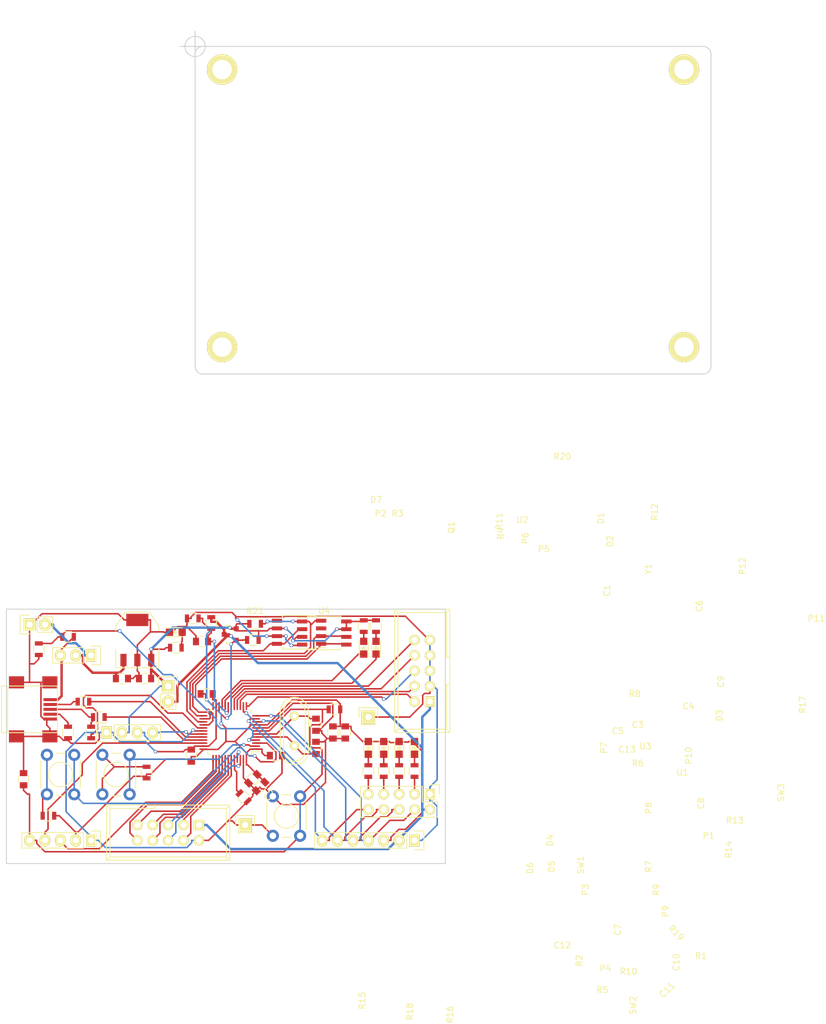
<source format=kicad_pcb>
(kicad_pcb (version 4) (host pcbnew 4.0.4-stable)
  (layers (0 F.Cu signal) (31 B.Cu signal) (34 B.Paste user) (35 F.Paste user) (36 B.SilkS user) (37 F.SilkS user) (38 B.Mask user) (39 F.Mask user) (44 Edge.Cuts user))
  (net 0 "")
  (net 1 GND)
  (net 2 +3V3)
  (net 3 /USB_DM)
  (net 4 /USB_DP)
  (net 5 /PROG_NRST)
  (net 6 /+5V)
  (net 7 /5V_USB)
  (net 8 /5V_EXT)
  (net 9 /UEXT_TXD)
  (net 10 /UEXT_RXD)
  (net 11 /UEXT_SCL)
  (net 12 /UEXT_SDA)
  (net 13 /UEXT_MISO)
  (net 14 /UEXT_MOSI)
  (net 15 /UEXT_SCK)
  (net 16 /UEXT_SSEL)
  (net 17 /PROG_SWCLK)
  (net 18 /PROG_SWDIO)
  (net 19 /BOOT0)
  (net 20 /MEM_CS)
  (net 21 /MEM_SCK)
  (net 22 /MEM_MISO)
  (net 23 /MEM_MOSI)
  (net 24 /SWDIO/TMS)
  (net 25 /SWCLK/TCK)
  (net 26 /SWO/TDO)
  (net 27 /TDI)
  (net 28 /XRST)
  (net 29 /TPWR_CTRL)
  (net 30 /USB_CONNECT)
  (net 31 /x4)
  (net 32 /TPWR_IN)
  (net 33 /TPWR)
  (net 34 /VUSB)
  (net 35 /U1_RX)
  (net 36 /U1_TX)
  (net 37 /BTN1)
  (net 38 /BTN2)
  (net 39 /LED1)
  (net 40 /LED2)
  (net 41 /x1)
  (net 42 /x2)
  (net 43 /x3)
  (net 44 "Net-(D4-Pad1)")
  (net 45 /XT3)
  (net 46 /XT2)
  (net 47 /XT1)
  (net 48 /XT4)
  (net 49 "Net-(C6-Pad1)")
  (net 50 "Net-(D3-Pad1)")
  (net 51 "Net-(D7-Pad2)")
  (net 52 "Net-(C7-Pad1)")
  (net 53 "Net-(D1-Pad2)")
  (net 54 "Net-(D2-Pad2)")
  (net 55 "Net-(D5-Pad1)")
  (net 56 "Net-(D6-Pad1)")
  (net 57 "Net-(P1-Pad2)")
  (net 58 "Net-(P1-Pad3)")
  (net 59 "Net-(P1-Pad4)")
  (net 60 "Net-(R13-Pad2)")
  (net 61 "Net-(R14-Pad2)")
  (net 62 "Net-(U2-Pad3)")
  (net 63 "Net-(U2-Pad5)")
  (module Connect:1pin (layer F.Cu) (at 160.02 99.06)
    (fp_text reference "" hide)
    (fp_text value "" hide)
    (pad 1 thru_hole circle (at 0 0) (size 5 5) (drill 3.2) (layers *.Cu *.Mask F.SilkS))
  )
  (module Connect:1pin (layer F.Cu) (at 160.02 53.34)
    (fp_text reference "" hide)
    (fp_text value "" hide)
    (pad 1 thru_hole circle (at 0 0) (size 5 5) (drill 3.2) (layers *.Cu *.Mask F.SilkS))
  )
  (module Connect:1pin (layer F.Cu) (at 83.82 99.06)
    (fp_text reference "" hide)
    (fp_text value "" hide)
    (pad 1 thru_hole circle (at 0 0) (size 5 5) (drill 3.2) (layers *.Cu *.Mask F.SilkS))
  )
  (module Connect:1pin (layer F.Cu) (at 83.82 53.34)
    (fp_text reference "" hide)
    (fp_text value "" hide)
    (pad 1 thru_hole circle (at 0 0) (size 5 5) (drill 3.2) (layers *.Cu *.Mask F.SilkS))
  )
  (module Housings_SOIC:SOIJ-8_5.3x5.3mm_Pitch1.27mm (layer F.Cu) (at 100.678 146.177)
    (fp_text reference U4 (at 0 -3.68) (layer F.SilkS))
    (fp_text value W25Q16)
    (pad 1 smd rect (at -3.65 -1.905) (size 1.7 0.65) (layers F.Cu F.Paste F.Mask) (net 20 /MEM_CS))
    (pad 2 smd rect (at -3.65 -0.635) (size 1.7 0.65) (layers F.Cu F.Paste F.Mask) (net 22 /MEM_MISO))
    (pad 3 smd rect (at -3.65 0.635) (size 1.7 0.65) (layers F.Cu F.Paste F.Mask) (net 2 +3V3))
    (pad 4 smd rect (at -3.65 1.905) (size 1.7 0.65) (layers F.Cu F.Paste F.Mask) (net 1 GND))
    (pad 5 smd rect (at 3.65 1.905) (size 1.7 0.65) (layers F.Cu F.Paste F.Mask) (net 23 /MEM_MOSI))
    (pad 6 smd rect (at 3.65 0.635) (size 1.7 0.65) (layers F.Cu F.Paste F.Mask) (net 21 /MEM_SCK))
    (pad 7 smd rect (at 3.65 -0.635) (size 1.7 0.65) (layers F.Cu F.Paste F.Mask) (net 2 +3V3))
    (pad 8 smd rect (at 3.65 -1.905) (size 1.7 0.65) (layers F.Cu F.Paste F.Mask) (net 2 +3V3))
  )
  (module Buttons_Switches_ThroughHole:SW_PUSH_6mm (layer F.Cu) (at 59.436 166.243 270)
    (fp_text reference SW1 (at 18.161 -83.566 270) (layer F.SilkS))
    (fp_text value SW_PUSH)
    (pad 2 thru_hole circle (at 0 4.5) (size 2 2) (drill 1.1) (layers *.Cu *.Mask) (net 60 "Net-(R13-Pad2)"))
    (pad 1 thru_hole circle (at 0 0) (size 2 2) (drill 1.1) (layers *.Cu *.Mask) (net 37 /BTN1))
    (pad 2 thru_hole circle (at 6.5 4.5) (size 2 2) (drill 1.1) (layers *.Cu *.Mask) (net 60 "Net-(R13-Pad2)"))
    (pad 1 thru_hole circle (at 6.5 0) (size 2 2) (drill 1.1) (layers *.Cu *.Mask) (net 37 /BTN1))
  )
  (module Connect:IDC_Header_Straight_10pins (layer F.Cu) (at 118.11 157.48 90)
    (fp_text reference P6 (at 26.924 15.748 90) (layer F.SilkS))
    (fp_text value swdio/jtag)
    (pad 1 thru_hole rect (at 0 0 90) (size 1.7272 1.7272) (drill 1.016) (layers *.Cu *.Mask F.SilkS) (net 33 /TPWR))
    (pad 2 thru_hole oval (at 0 -2.54 90) (size 1.7272 1.7272) (drill 1.016) (layers *.Cu *.Mask F.SilkS) (net 24 /SWDIO/TMS))
    (pad 3 thru_hole oval (at 2.54 0 90) (size 1.7272 1.7272) (drill 1.016) (layers *.Cu *.Mask F.SilkS) (net 1 GND))
    (pad 4 thru_hole oval (at 2.54 -2.54 90) (size 1.7272 1.7272) (drill 1.016) (layers *.Cu *.Mask F.SilkS) (net 25 /SWCLK/TCK))
    (pad 5 thru_hole oval (at 5.08 0 90) (size 1.7272 1.7272) (drill 1.016) (layers *.Cu *.Mask F.SilkS) (net 1 GND))
    (pad 6 thru_hole oval (at 5.08 -2.54 90) (size 1.7272 1.7272) (drill 1.016) (layers *.Cu *.Mask F.SilkS) (net 26 /SWO/TDO))
    (pad 7 thru_hole oval (at 7.62 0 90) (size 1.7272 1.7272) (drill 1.016) (layers *.Cu *.Mask F.SilkS) (net 1 GND))
    (pad 8 thru_hole oval (at 7.62 -2.54 90) (size 1.7272 1.7272) (drill 1.016) (layers *.Cu *.Mask F.SilkS) (net 27 /TDI))
    (pad 9 thru_hole oval (at 10.16 0 90) (size 1.7272 1.7272) (drill 1.016) (layers *.Cu *.Mask F.SilkS) (net 1 GND))
    (pad 10 thru_hole oval (at 10.16 -2.54 90) (size 1.7272 1.7272) (drill 1.016) (layers *.Cu *.Mask F.SilkS) (net 28 /XRST))
  )
  (module Crystals:Crystal_HC49-U_Vertical (layer F.Cu) (at 95.758 162.306 90)
    (fp_text reference Y1 (at 26.67 58.42 90) (layer F.SilkS))
    (fp_text value "8 MHz")
    (pad 1 thru_hole circle (at -2.44094 0 90) (size 1.50114 1.50114) (drill 0.8001) (layers *.Cu *.Mask F.SilkS) (net 49 "Net-(C6-Pad1)"))
    (pad 2 thru_hole circle (at 2.44094 0 90) (size 1.50114 1.50114) (drill 0.8001) (layers *.Cu *.Mask F.SilkS) (net 52 "Net-(C7-Pad1)"))
  )
  (module TO_SOT_Packages_SMD:SOT-223 (layer F.Cu) (at 69.85 147.32)
    (fp_text reference U3 (at 83.82 17.526) (layer F.SilkS))
    (fp_text value TC1262-33VDB)
    (pad 4 smd rect (at 0 -3.302) (size 3.6576 2.032) (layers F.Cu F.Paste F.Mask) (net 1 GND))
    (pad 2 smd rect (at 0 3.302) (size 1.016 2.032) (layers F.Cu F.Paste F.Mask) (net 1 GND))
    (pad 3 smd rect (at 2.286 3.302) (size 1.016 2.032) (layers F.Cu F.Paste F.Mask) (net 2 +3V3))
    (pad 1 smd rect (at -2.286 3.302) (size 1.016 2.032) (layers F.Cu F.Paste F.Mask) (net 6 /+5V))
  )
  (module Resistors_SMD:R_0805 (layer F.Cu) (at 58.42 146.812 180)
    (fp_text reference R1 (at -104.394 -52.578 180) (layer F.SilkS))
    (fp_text value 4k7)
    (pad 1 smd rect (at -0.95 0 180) (size 0.7 1.3) (layers F.Cu F.Paste F.Mask) (net 7 /5V_USB))
    (pad 2 smd rect (at 0.95 0 180) (size 0.7 1.3) (layers F.Cu F.Paste F.Mask) (net 34 /VUSB))
  )
  (module Resistors_SMD:R_0805 (layer F.Cu) (at 78.994 143.764 180)
    (fp_text reference R5 (at -67.564 -61.214 180) (layer F.SilkS))
    (fp_text value 4k7)
    (pad 1 smd rect (at -0.95 0 180) (size 0.7 1.3) (layers F.Cu F.Paste F.Mask) (net 32 /TPWR_IN))
    (pad 2 smd rect (at 0.95 0 180) (size 0.7 1.3) (layers F.Cu F.Paste F.Mask) (net 1 GND))
  )
  (module Pin_Headers:Pin_Header_Straight_1x07 (layer F.Cu) (at 115.57 180.34 270)
    (fp_text reference P8 (at -5.334 -38.608 270) (layer F.SilkS))
    (fp_text value warhead)
    (pad 1 thru_hole rect (at 0 0 270) (size 2.032 1.7272) (drill 1.016) (layers *.Cu *.Mask F.SilkS) (net 1 GND))
    (pad 2 thru_hole oval (at 0 2.54 270) (size 2.032 1.7272) (drill 1.016) (layers *.Cu *.Mask F.SilkS) (net 33 /TPWR))
    (pad 3 thru_hole oval (at 0 5.08 270) (size 2.032 1.7272) (drill 1.016) (layers *.Cu *.Mask F.SilkS) (net 2 +3V3))
    (pad 4 thru_hole oval (at 0 7.62 270) (size 2.032 1.7272) (drill 1.016) (layers *.Cu *.Mask F.SilkS) (net 43 /x3))
    (pad 5 thru_hole oval (at 0 10.16 270) (size 2.032 1.7272) (drill 1.016) (layers *.Cu *.Mask F.SilkS) (net 41 /x1))
    (pad 6 thru_hole oval (at 0 12.7 270) (size 2.032 1.7272) (drill 1.016) (layers *.Cu *.Mask F.SilkS) (net 31 /x4))
    (pad 7 thru_hole oval (at 0 15.24 270) (size 2.032 1.7272) (drill 1.016) (layers *.Cu *.Mask F.SilkS) (net 42 /x2))
  )
  (module Pin_Headers:Pin_Header_Straight_2x05 (layer F.Cu) (at 118.11 172.72 270)
    (fp_text reference P7 (at -7.62 -28.702 270) (layer F.SilkS))
    (fp_text value CONN_02X05)
    (pad 1 thru_hole rect (at 0 0 270) (size 1.7272 1.7272) (drill 1.016) (layers *.Cu *.Mask F.SilkS) (net 1 GND))
    (pad 2 thru_hole oval (at 2.54 0 270) (size 1.7272 1.7272) (drill 1.016) (layers *.Cu *.Mask F.SilkS) (net 33 /TPWR))
    (pad 3 thru_hole oval (at 0 2.54 270) (size 1.7272 1.7272) (drill 1.016) (layers *.Cu *.Mask F.SilkS) (net 45 /XT3))
    (pad 4 thru_hole oval (at 2.54 2.54 270) (size 1.7272 1.7272) (drill 1.016) (layers *.Cu *.Mask F.SilkS) (net 43 /x3))
    (pad 5 thru_hole oval (at 0 5.08 270) (size 1.7272 1.7272) (drill 1.016) (layers *.Cu *.Mask F.SilkS) (net 46 /XT2))
    (pad 6 thru_hole oval (at 2.54 5.08 270) (size 1.7272 1.7272) (drill 1.016) (layers *.Cu *.Mask F.SilkS) (net 41 /x1))
    (pad 7 thru_hole oval (at 0 7.62 270) (size 1.7272 1.7272) (drill 1.016) (layers *.Cu *.Mask F.SilkS) (net 48 /XT4))
    (pad 8 thru_hole oval (at 2.54 7.62 270) (size 1.7272 1.7272) (drill 1.016) (layers *.Cu *.Mask F.SilkS) (net 31 /x4))
    (pad 9 thru_hole oval (at 0 10.16 270) (size 1.7272 1.7272) (drill 1.016) (layers *.Cu *.Mask F.SilkS) (net 47 /XT1))
    (pad 10 thru_hole oval (at 2.54 10.16 270) (size 1.7272 1.7272) (drill 1.016) (layers *.Cu *.Mask F.SilkS) (net 42 /x2))
  )
  (module Capacitors_SMD:C_0805 (layer F.Cu) (at 51.08 170.26 90)
    (fp_text reference C8 (at -3.984 111.734 90) (layer F.SilkS))
    (fp_text value 100nF)
    (pad 1 smd rect (at -1 0 90) (size 1 1.25) (layers F.Cu F.Paste F.Mask) (net 5 /PROG_NRST))
    (pad 2 smd rect (at 1 0 90) (size 1 1.25) (layers F.Cu F.Paste F.Mask) (net 1 GND))
  )
  (module Connect:USB_Mini-B (layer F.Cu) (at 52.07 158.75)
    (fp_text reference P1 (at 112.014 20.828) (layer F.SilkS))
    (fp_text value "USB MINI B")
    (pad 1 smd rect (at 3.44932 -1.6002) (size 2.30124 0.50038) (layers F.Cu F.Paste F.Mask) (net 7 /5V_USB))
    (pad 2 smd rect (at 3.44932 -0.8001) (size 2.30124 0.50038) (layers F.Cu F.Paste F.Mask) (net 57 "Net-(P1-Pad2)"))
    (pad 3 smd rect (at 3.44932 0) (size 2.30124 0.50038) (layers F.Cu F.Paste F.Mask) (net 58 "Net-(P1-Pad3)"))
    (pad 4 smd rect (at 3.44932 0.8001) (size 2.30124 0.50038) (layers F.Cu F.Paste F.Mask) (net 59 "Net-(P1-Pad4)"))
    (pad 5 smd rect (at 3.44932 1.6002) (size 2.30124 0.50038) (layers F.Cu F.Paste F.Mask) (net 1 GND))
    (pad 6 smd rect (at 3.35026 -4.45008) (size 2.49936 1.99898) (layers F.Cu F.Paste F.Mask) (net 1 GND))
    (pad 6 smd rect (at -2.14884 -4.45008) (size 2.49936 1.99898) (layers F.Cu F.Paste F.Mask) (net 1 GND))
    (pad 6 smd rect (at 3.35026 4.45008) (size 2.49936 1.99898) (layers F.Cu F.Paste F.Mask) (net 1 GND))
    (pad 6 smd rect (at -2.14884 4.45008) (size 2.49936 1.99898) (layers F.Cu F.Paste F.Mask) (net 1 GND))
    (pad "" np_thru_hole circle (at 0.8509 -2.19964) (size 0.89916 0.89916) (drill 0.89916) (layers *.Cu *.Mask F.SilkS))
    (pad "" np_thru_hole circle (at 0.8509 2.19964) (size 0.89916 0.89916) (drill 0.89916) (layers *.Cu *.Mask F.SilkS))
  )
  (module Resistors_SMD:R_0805 (layer F.Cu) (at 102.362 158.75 180)
    (fp_text reference R10 (at -48.514 -43.18 180) (layer F.SilkS))
    (fp_text value 100k)
    (pad 1 smd rect (at -0.95 0 180) (size 0.7 1.3) (layers F.Cu F.Paste F.Mask) (net 2 +3V3))
    (pad 2 smd rect (at 0.95 0 180) (size 0.7 1.3) (layers F.Cu F.Paste F.Mask) (net 5 /PROG_NRST))
  )
  (module Resistors_SMD:R_0805 (layer F.Cu) (at 60.96 157.48)
    (fp_text reference R6 (at 91.44 10.16) (layer F.SilkS))
    (fp_text value 22R)
    (pad 1 smd rect (at -0.95 0) (size 0.7 1.3) (layers F.Cu F.Paste F.Mask) (net 57 "Net-(P1-Pad2)"))
    (pad 2 smd rect (at 0.95 0) (size 0.7 1.3) (layers F.Cu F.Paste F.Mask) (net 3 /USB_DM))
  )
  (module Resistors_SMD:R_0805 (layer F.Cu) (at 63.5 160.02)
    (fp_text reference R8 (at 88.392 -3.81) (layer F.SilkS))
    (fp_text value 22R)
    (pad 1 smd rect (at -0.95 0) (size 0.7 1.3) (layers F.Cu F.Paste F.Mask) (net 58 "Net-(P1-Pad3)"))
    (pad 2 smd rect (at 0.95 0) (size 0.7 1.3) (layers F.Cu F.Paste F.Mask) (net 4 /USB_DP))
  )
  (module Resistors_SMD:R_0805 (layer F.Cu) (at 58.42 162.56 270)
    (fp_text reference R9 (at 25.908 -97.028 270) (layer F.SilkS))
    (fp_text value 100k)
    (pad 1 smd rect (at -0.95 0 270) (size 0.7 1.3) (layers F.Cu F.Paste F.Mask) (net 59 "Net-(P1-Pad4)"))
    (pad 2 smd rect (at 0.95 0 270) (size 0.7 1.3) (layers F.Cu F.Paste F.Mask) (net 1 GND))
  )
  (module Housings_SOIC:SOIJ-8_5.3x5.3mm_Pitch1.27mm (layer F.Cu) (at 96.52 146.05 180)
    (fp_text reference U2 (at -36.83 18.542 180) (layer F.SilkS))
    (fp_text value AT45DB321D-SU)
    (pad 1 smd rect (at -3.65 -1.905 180) (size 1.7 0.65) (layers F.Cu F.Paste F.Mask) (net 23 /MEM_MOSI))
    (pad 2 smd rect (at -3.65 -0.635 180) (size 1.7 0.65) (layers F.Cu F.Paste F.Mask) (net 21 /MEM_SCK))
    (pad 3 smd rect (at -3.65 0.635 180) (size 1.7 0.65) (layers F.Cu F.Paste F.Mask) (net 62 "Net-(U2-Pad3)"))
    (pad 4 smd rect (at -3.65 1.905 180) (size 1.7 0.65) (layers F.Cu F.Paste F.Mask) (net 20 /MEM_CS))
    (pad 5 smd rect (at 3.65 1.905 180) (size 1.7 0.65) (layers F.Cu F.Paste F.Mask) (net 63 "Net-(U2-Pad5)"))
    (pad 6 smd rect (at 3.65 0.635 180) (size 1.7 0.65) (layers F.Cu F.Paste F.Mask) (net 2 +3V3))
    (pad 7 smd rect (at 3.65 -0.635 180) (size 1.7 0.65) (layers F.Cu F.Paste F.Mask) (net 1 GND))
    (pad 8 smd rect (at 3.65 -1.905 180) (size 1.7 0.65) (layers F.Cu F.Paste F.Mask) (net 22 /MEM_MISO))
  )
  (module Capacitors_SMD:C_0805 (layer F.Cu) (at 67.31 153.67)
    (fp_text reference C12 (at 72.644 43.942) (layer F.SilkS))
    (fp_text value 1uF)
    (pad 1 smd rect (at -1 0) (size 1 1.25) (layers F.Cu F.Paste F.Mask) (net 6 /+5V))
    (pad 2 smd rect (at 1 0) (size 1 1.25) (layers F.Cu F.Paste F.Mask) (net 1 GND))
  )
  (module Capacitors_SMD:C_0805 (layer F.Cu) (at 71.12 153.67 180)
    (fp_text reference C13 (at -79.502 -11.684 180) (layer F.SilkS))
    (fp_text value 1uF)
    (pad 1 smd rect (at -1 0 180) (size 1 1.25) (layers F.Cu F.Paste F.Mask) (net 2 +3V3))
    (pad 2 smd rect (at 1 0 180) (size 1 1.25) (layers F.Cu F.Paste F.Mask) (net 1 GND))
  )
  (module LEDs:LED_0805 (layer F.Cu) (at 76.2 146.05)
    (fp_text reference D7 (at 33.02 -21.844) (layer F.SilkS))
    (fp_text value "power led")
    (pad 2 smd rect (at 1.04902 0 180) (size 1.19888 1.19888) (layers F.Cu F.Paste F.Mask) (net 51 "Net-(D7-Pad2)"))
    (pad 1 smd rect (at -1.04902 0 180) (size 1.19888 1.19888) (layers F.Cu F.Paste F.Mask) (net 1 GND))
  )
  (module Pin_Headers:Pin_Header_Straight_1x03 (layer F.Cu) (at 62.23 149.86 270)
    (fp_text reference P9 (at 42.164 -94.742 270) (layer F.SilkS))
    (fp_text value "+5v power input")
    (pad 1 thru_hole rect (at 0 0 270) (size 2.032 1.7272) (drill 1.016) (layers *.Cu *.Mask F.SilkS) (net 8 /5V_EXT))
    (pad 2 thru_hole oval (at 0 2.54 270) (size 2.032 1.7272) (drill 1.016) (layers *.Cu *.Mask F.SilkS) (net 6 /+5V))
    (pad 3 thru_hole oval (at 0 5.08 270) (size 2.032 1.7272) (drill 1.016) (layers *.Cu *.Mask F.SilkS) (net 7 /5V_USB))
  )
  (module Pin_Headers:Pin_Header_Straight_1x02 (layer F.Cu) (at 52.07 144.78 90)
    (fp_text reference P10 (at -21.59 108.712 90) (layer F.SilkS))
    (fp_text value "+5v external input")
    (pad 1 thru_hole rect (at 0 0 90) (size 2.032 2.032) (drill 1.016) (layers *.Cu *.Mask F.SilkS) (net 1 GND))
    (pad 2 thru_hole oval (at 0 2.54 90) (size 2.032 2.032) (drill 1.016) (layers *.Cu *.Mask F.SilkS) (net 8 /5V_EXT))
  )
  (module Resistors_SMD:R_0805 (layer F.Cu) (at 62.23 162.56 90)
    (fp_text reference R7 (at -22.098 91.948 90) (layer F.SilkS))
    (fp_text value 1k5)
    (pad 1 smd rect (at -0.95 0 90) (size 0.7 1.3) (layers F.Cu F.Paste F.Mask) (net 30 /USB_CONNECT))
    (pad 2 smd rect (at 0.95 0 90) (size 0.7 1.3) (layers F.Cu F.Paste F.Mask) (net 58 "Net-(P1-Pad3)"))
  )
  (module Resistors_SMD:R_0805 (layer F.Cu) (at 87.376 173.228 315)
    (fp_text reference R19 (at 66.27429 -34.663789 315) (layer F.SilkS))
    (fp_text value 100k)
    (pad 1 smd rect (at -0.95 0 315) (size 0.7 1.3) (layers F.Cu F.Paste F.Mask) (net 19 /BOOT0))
    (pad 2 smd rect (at 0.95 0 315) (size 0.7 1.3) (layers F.Cu F.Paste F.Mask) (net 1 GND))
  )
  (module Resistors_SMD:R_0805 (layer F.Cu) (at 76.2 148.59)
    (fp_text reference R20 (at 63.754 -31.496) (layer F.SilkS))
    (fp_text value 560R)
    (pad 1 smd rect (at -0.95 0) (size 0.7 1.3) (layers F.Cu F.Paste F.Mask) (net 2 +3V3))
    (pad 2 smd rect (at 0.95 0) (size 0.7 1.3) (layers F.Cu F.Paste F.Mask) (net 51 "Net-(D7-Pad2)"))
  )
  (module TO_SOT_Packages_SMD:SOT-23 (layer F.Cu) (at 85.166 146.4056 90)
    (fp_text reference Q1 (at 17.6276 36.5 90) (layer F.SilkS))
    (fp_text value Q_PMOS_GSD)
    (pad 1 smd rect (at -0.95 1.00076 90) (size 0.8001 0.8001) (layers F.Cu F.Paste F.Mask) (net 29 /TPWR_CTRL))
    (pad 2 smd rect (at 0.95 1.00076 90) (size 0.8001 0.8001) (layers F.Cu F.Paste F.Mask) (net 2 +3V3))
    (pad 3 smd rect (at 0 -0.99822 90) (size 0.8001 0.8001) (layers F.Cu F.Paste F.Mask) (net 33 /TPWR))
  )
  (module Capacitors_SMD:C_0805 (layer F.Cu) (at 99.314 165.1 90)
    (fp_text reference C6 (at 23.368 63.246 90) (layer F.SilkS))
    (fp_text value 20pF)
    (pad 1 smd rect (at -1 0 90) (size 1 1.25) (layers F.Cu F.Paste F.Mask) (net 49 "Net-(C6-Pad1)"))
    (pad 2 smd rect (at 1 0 90) (size 1 1.25) (layers F.Cu F.Paste F.Mask) (net 1 GND))
  )
  (module Capacitors_SMD:C_0805 (layer F.Cu) (at 99.314 161.29 270)
    (fp_text reference C7 (at 33.782 -49.784 270) (layer F.SilkS))
    (fp_text value 20pF)
    (pad 1 smd rect (at -1 0 270) (size 1 1.25) (layers F.Cu F.Paste F.Mask) (net 52 "Net-(C7-Pad1)"))
    (pad 2 smd rect (at 1 0 270) (size 1 1.25) (layers F.Cu F.Paste F.Mask) (net 1 GND))
  )
  (module Capacitors_SMD:C_0805 (layer F.Cu) (at 78.74 166.37 90)
    (fp_text reference C1 (at 27.178 68.58 90) (layer F.SilkS))
    (fp_text value 100nF)
    (pad 1 smd rect (at -1 0 90) (size 1 1.25) (layers F.Cu F.Paste F.Mask) (net 2 +3V3))
    (pad 2 smd rect (at 1 0 90) (size 1 1.25) (layers F.Cu F.Paste F.Mask) (net 1 GND))
  )
  (module Capacitors_SMD:C_0805 (layer F.Cu) (at 90.17 171.45 225)
    (fp_text reference C2 (at 0 -2.1 225) (layer F.SilkS))
    (fp_text value 100nF)
    (pad 1 smd rect (at -1 0 225) (size 1 1.25) (layers F.Cu F.Paste F.Mask) (net 2 +3V3))
    (pad 2 smd rect (at 1 0 225) (size 1 1.25) (layers F.Cu F.Paste F.Mask) (net 1 GND))
  )
  (module Capacitors_SMD:C_0805 (layer F.Cu) (at 92.71 166.37)
    (fp_text reference C4 (at 68.072 -8.128) (layer F.SilkS))
    (fp_text value 100nF)
    (pad 1 smd rect (at -1 0) (size 1 1.25) (layers F.Cu F.Paste F.Mask) (net 2 +3V3))
    (pad 2 smd rect (at 1 0) (size 1 1.25) (layers F.Cu F.Paste F.Mask) (net 1 GND))
  )
  (module Capacitors_SMD:C_0805 (layer F.Cu) (at 81.28 156.21)
    (fp_text reference C5 (at 67.818 6.096) (layer F.SilkS))
    (fp_text value 100nF)
    (pad 1 smd rect (at -1 0) (size 1 1.25) (layers F.Cu F.Paste F.Mask) (net 2 +3V3))
    (pad 2 smd rect (at 1 0) (size 1 1.25) (layers F.Cu F.Paste F.Mask) (net 1 GND))
  )
  (module Capacitors_SMD:C_0805 (layer F.Cu) (at 104.14 162.56 270)
    (fp_text reference C9 (at -8.382 -61.976 270) (layer F.SilkS))
    (fp_text value "10 nF")
    (pad 1 smd rect (at -1 0 270) (size 1 1.25) (layers F.Cu F.Paste F.Mask) (net 2 +3V3))
    (pad 2 smd rect (at 1 0 270) (size 1 1.25) (layers F.Cu F.Paste F.Mask) (net 1 GND))
  )
  (module Capacitors_SMD:C_0805 (layer F.Cu) (at 102.108 162.56 270)
    (fp_text reference C10 (at 37.846 -56.642 270) (layer F.SilkS))
    (fp_text value 1uF)
    (pad 1 smd rect (at -1 0 270) (size 1 1.25) (layers F.Cu F.Paste F.Mask) (net 2 +3V3))
    (pad 2 smd rect (at 1 0 270) (size 1 1.25) (layers F.Cu F.Paste F.Mask) (net 1 GND))
  )
  (module Capacitors_SMD:C_0805 (layer F.Cu) (at 88.9 170.18 225)
    (fp_text reference C11 (at -23.707876 -72.91968 225) (layer F.SilkS))
    (fp_text value 4.7uF)
    (pad 1 smd rect (at -1 0 225) (size 1 1.25) (layers F.Cu F.Paste F.Mask) (net 2 +3V3))
    (pad 2 smd rect (at 1 0 225) (size 1 1.25) (layers F.Cu F.Paste F.Mask) (net 1 GND))
  )
  (module Housings_QFP:LQFP-48_7x7mm_Pitch0.5mm (layer F.Cu) (at 85.09 162.56 180)
    (fp_text reference U1 (at -74.676 -6.604 180) (layer F.SilkS))
    (fp_text value stm32f070-qfp48)
    (pad 1 smd rect (at -4.35 -2.75 180) (size 1.3 0.25) (layers F.Cu F.Paste F.Mask) (net 2 +3V3))
    (pad 2 smd rect (at -4.35 -2.25 180) (size 1.3 0.25) (layers F.Cu F.Paste F.Mask) (net 38 /BTN2))
    (pad 3 smd rect (at -4.35 -1.75 180) (size 1.3 0.25) (layers F.Cu F.Paste F.Mask) (net 37 /BTN1))
    (pad 4 smd rect (at -4.35 -1.25 180) (size 1.3 0.25) (layers F.Cu F.Paste F.Mask) (net 34 /VUSB))
    (pad 5 smd rect (at -4.35 -0.75 180) (size 1.3 0.25) (layers F.Cu F.Paste F.Mask) (net 49 "Net-(C6-Pad1)"))
    (pad 6 smd rect (at -4.35 -0.25 180) (size 1.3 0.25) (layers F.Cu F.Paste F.Mask) (net 52 "Net-(C7-Pad1)"))
    (pad 7 smd rect (at -4.35 0.25 180) (size 1.3 0.25) (layers F.Cu F.Paste F.Mask) (net 5 /PROG_NRST))
    (pad 8 smd rect (at -4.35 0.75 180) (size 1.3 0.25) (layers F.Cu F.Paste F.Mask) (net 1 GND))
    (pad 9 smd rect (at -4.35 1.25 180) (size 1.3 0.25) (layers F.Cu F.Paste F.Mask) (net 2 +3V3))
    (pad 10 smd rect (at -4.35 1.75 180) (size 1.3 0.25) (layers F.Cu F.Paste F.Mask) (net 41 /x1))
    (pad 11 smd rect (at -4.35 2.25 180) (size 1.3 0.25) (layers F.Cu F.Paste F.Mask) (net 42 /x2))
    (pad 12 smd rect (at -4.35 2.75 180) (size 1.3 0.25) (layers F.Cu F.Paste F.Mask) (net 43 /x3))
    (pad 13 smd rect (at -2.75 4.35 270) (size 1.3 0.25) (layers F.Cu F.Paste F.Mask) (net 26 /SWO/TDO))
    (pad 14 smd rect (at -2.25 4.35 270) (size 1.3 0.25) (layers F.Cu F.Paste F.Mask) (net 31 /x4))
    (pad 15 smd rect (at -1.75 4.35 270) (size 1.3 0.25) (layers F.Cu F.Paste F.Mask) (net 24 /SWDIO/TMS))
    (pad 16 smd rect (at -1.25 4.35 270) (size 1.3 0.25) (layers F.Cu F.Paste F.Mask) (net 25 /SWCLK/TCK))
    (pad 17 smd rect (at -0.75 4.35 270) (size 1.3 0.25) (layers F.Cu F.Paste F.Mask) (net 27 /TDI))
    (pad 18 smd rect (at -0.25 4.35 270) (size 1.3 0.25) (layers F.Cu F.Paste F.Mask) (net 28 /XRST))
    (pad 19 smd rect (at 0.25 4.35 270) (size 1.3 0.25) (layers F.Cu F.Paste F.Mask) (net 32 /TPWR_IN))
    (pad 20 smd rect (at 0.75 4.35 270) (size 1.3 0.25) (layers F.Cu F.Paste F.Mask) (net 40 /LED2))
    (pad 21 smd rect (at 1.25 4.35 270) (size 1.3 0.25) (layers F.Cu F.Paste F.Mask) (net 39 /LED1))
    (pad 22 smd rect (at 1.75 4.35 270) (size 1.3 0.25) (layers F.Cu F.Paste F.Mask) (net 29 /TPWR_CTRL))
    (pad 23 smd rect (at 2.25 4.35 270) (size 1.3 0.25) (layers F.Cu F.Paste F.Mask) (net 1 GND))
    (pad 24 smd rect (at 2.75 4.35 270) (size 1.3 0.25) (layers F.Cu F.Paste F.Mask) (net 2 +3V3))
    (pad 25 smd rect (at 4.35 2.75 180) (size 1.3 0.25) (layers F.Cu F.Paste F.Mask) (net 20 /MEM_CS))
    (pad 26 smd rect (at 4.35 2.25 180) (size 1.3 0.25) (layers F.Cu F.Paste F.Mask) (net 21 /MEM_SCK))
    (pad 27 smd rect (at 4.35 1.75 180) (size 1.3 0.25) (layers F.Cu F.Paste F.Mask) (net 22 /MEM_MISO))
    (pad 28 smd rect (at 4.35 1.25 180) (size 1.3 0.25) (layers F.Cu F.Paste F.Mask) (net 23 /MEM_MOSI))
    (pad 29 smd rect (at 4.35 0.75 180) (size 1.3 0.25) (layers F.Cu F.Paste F.Mask) (net 30 /USB_CONNECT))
    (pad 30 smd rect (at 4.35 0.25 180) (size 1.3 0.25) (layers F.Cu F.Paste F.Mask) (net 36 /U1_TX))
    (pad 31 smd rect (at 4.35 -0.25 180) (size 1.3 0.25) (layers F.Cu F.Paste F.Mask) (net 35 /U1_RX))
    (pad 32 smd rect (at 4.35 -0.75 180) (size 1.3 0.25) (layers F.Cu F.Paste F.Mask) (net 3 /USB_DM))
    (pad 33 smd rect (at 4.35 -1.25 180) (size 1.3 0.25) (layers F.Cu F.Paste F.Mask) (net 4 /USB_DP))
    (pad 34 smd rect (at 4.35 -1.75 180) (size 1.3 0.25) (layers F.Cu F.Paste F.Mask) (net 18 /PROG_SWDIO))
    (pad 35 smd rect (at 4.35 -2.25 180) (size 1.3 0.25) (layers F.Cu F.Paste F.Mask) (net 1 GND))
    (pad 36 smd rect (at 4.35 -2.75 180) (size 1.3 0.25) (layers F.Cu F.Paste F.Mask) (net 2 +3V3))
    (pad 37 smd rect (at 2.75 -4.35 270) (size 1.3 0.25) (layers F.Cu F.Paste F.Mask) (net 17 /PROG_SWCLK))
    (pad 38 smd rect (at 2.25 -4.35 270) (size 1.3 0.25) (layers F.Cu F.Paste F.Mask) (net 16 /UEXT_SSEL))
    (pad 39 smd rect (at 1.75 -4.35 270) (size 1.3 0.25) (layers F.Cu F.Paste F.Mask) (net 15 /UEXT_SCK))
    (pad 40 smd rect (at 1.25 -4.35 270) (size 1.3 0.25) (layers F.Cu F.Paste F.Mask) (net 13 /UEXT_MISO))
    (pad 41 smd rect (at 0.75 -4.35 270) (size 1.3 0.25) (layers F.Cu F.Paste F.Mask) (net 14 /UEXT_MOSI))
    (pad 42 smd rect (at 0.25 -4.35 270) (size 1.3 0.25) (layers F.Cu F.Paste F.Mask) (net 9 /UEXT_TXD))
    (pad 43 smd rect (at -0.25 -4.35 270) (size 1.3 0.25) (layers F.Cu F.Paste F.Mask) (net 10 /UEXT_RXD))
    (pad 44 smd rect (at -0.75 -4.35 270) (size 1.3 0.25) (layers F.Cu F.Paste F.Mask) (net 19 /BOOT0))
    (pad 45 smd rect (at -1.25 -4.35 270) (size 1.3 0.25) (layers F.Cu F.Paste F.Mask) (net 11 /UEXT_SCL))
    (pad 46 smd rect (at -1.75 -4.35 270) (size 1.3 0.25) (layers F.Cu F.Paste F.Mask) (net 12 /UEXT_SDA))
    (pad 47 smd rect (at -2.25 -4.35 270) (size 1.3 0.25) (layers F.Cu F.Paste F.Mask) (net 1 GND))
    (pad 48 smd rect (at -2.75 -4.35 270) (size 1.3 0.25) (layers F.Cu F.Paste F.Mask) (net 2 +3V3))
  )
  (module Pin_Headers:Pin_Header_Straight_1x01 (layer F.Cu) (at 107.95 160.02)
    (fp_text reference P5 (at 28.956 -27.686) (layer F.SilkS))
    (fp_text value GND)
    (pad 1 thru_hole rect (at 0 0) (size 2.2352 2.2352) (drill 1.016) (layers *.Cu *.Mask F.SilkS) (net 1 GND))
  )
  (module Pin_Headers:Pin_Header_Straight_1x01 (layer F.Cu) (at 87.63 177.8)
    (fp_text reference P4 (at 59.436 23.622) (layer F.SilkS))
    (fp_text value GND)
    (pad 1 thru_hole rect (at 0 0) (size 2.2352 2.2352) (drill 1.016) (layers *.Cu *.Mask F.SilkS) (net 1 GND))
  )
  (module Capacitors_SMD:C_0805 (layer F.Cu) (at 80.518 147.574 180)
    (fp_text reference C3 (at -71.882 -13.716 180) (layer F.SilkS))
    (fp_text value 100nF)
    (pad 1 smd rect (at -1 0 180) (size 1 1.25) (layers F.Cu F.Paste F.Mask) (net 32 /TPWR_IN))
    (pad 2 smd rect (at 1 0 180) (size 1 1.25) (layers F.Cu F.Paste F.Mask) (net 1 GND))
  )
  (module Resistors_SMD:R_0805 (layer F.Cu) (at 82.042 144.526 270)
    (fp_text reference R4 (at -14.732 -47.752 270) (layer F.SilkS))
    (fp_text value 10k)
    (pad 1 smd rect (at -0.95 0 270) (size 0.7 1.3) (layers F.Cu F.Paste F.Mask) (net 33 /TPWR))
    (pad 2 smd rect (at 0.95 0 270) (size 0.7 1.3) (layers F.Cu F.Paste F.Mask) (net 32 /TPWR_IN))
  )
  (module Resistors_SMD:R_0805 (layer F.Cu) (at 53.594 148.844 270)
    (fp_text reference R2 (at 51.308 -89.154 270) (layer F.SilkS))
    (fp_text value 10k)
    (pad 1 smd rect (at -0.95 0 270) (size 0.7 1.3) (layers F.Cu F.Paste F.Mask) (net 34 /VUSB))
    (pad 2 smd rect (at 0.95 0 270) (size 0.7 1.3) (layers F.Cu F.Paste F.Mask) (net 1 GND))
  )
  (module Buttons_Switches_ThroughHole:SW_PUSH_6mm (layer F.Cu) (at 96.702 173.078 270)
    (fp_text reference SW3 (at -0.612 -79.32 270) (layer F.SilkS))
    (fp_text value SW_PUSH)
    (pad 2 thru_hole circle (at 0 4.5) (size 2 2) (drill 1.1) (layers *.Cu *.Mask) (net 1 GND))
    (pad 1 thru_hole circle (at 0 0) (size 2 2) (drill 1.1) (layers *.Cu *.Mask) (net 5 /PROG_NRST))
    (pad 2 thru_hole circle (at 6.5 4.5) (size 2 2) (drill 1.1) (layers *.Cu *.Mask) (net 1 GND))
    (pad 1 thru_hole circle (at 6.5 0) (size 2 2) (drill 1.1) (layers *.Cu *.Mask) (net 5 /PROG_NRST))
  )
  (module Resistors_SMD:R_0805 (layer F.Cu) (at 88.9 147.32 180)
    (fp_text reference R3 (at -23.876 20.828 180) (layer F.SilkS))
    (fp_text value 10k)
    (pad 1 smd rect (at -0.95 0 180) (size 0.7 1.3) (layers F.Cu F.Paste F.Mask) (net 2 +3V3))
    (pad 2 smd rect (at 0.95 0 180) (size 0.7 1.3) (layers F.Cu F.Paste F.Mask) (net 29 /TPWR_CTRL))
  )
  (module Connect:IDC_Header_Straight_10pins (layer F.Cu) (at 80.01 177.8 180)
    (fp_text reference P11 (at -101.854 34.036 180) (layer F.SilkS))
    (fp_text value CONN_02X05)
    (pad 1 thru_hole rect (at 0 0 180) (size 1.7272 1.7272) (drill 1.016) (layers *.Cu *.Mask F.SilkS) (net 33 /TPWR))
    (pad 2 thru_hole oval (at 0 -2.54 180) (size 1.7272 1.7272) (drill 1.016) (layers *.Cu *.Mask F.SilkS) (net 1 GND))
    (pad 3 thru_hole oval (at 2.54 0 180) (size 1.7272 1.7272) (drill 1.016) (layers *.Cu *.Mask F.SilkS) (net 9 /UEXT_TXD))
    (pad 4 thru_hole oval (at 2.54 -2.54 180) (size 1.7272 1.7272) (drill 1.016) (layers *.Cu *.Mask F.SilkS) (net 10 /UEXT_RXD))
    (pad 5 thru_hole oval (at 5.08 0 180) (size 1.7272 1.7272) (drill 1.016) (layers *.Cu *.Mask F.SilkS) (net 11 /UEXT_SCL))
    (pad 6 thru_hole oval (at 5.08 -2.54 180) (size 1.7272 1.7272) (drill 1.016) (layers *.Cu *.Mask F.SilkS) (net 12 /UEXT_SDA))
    (pad 7 thru_hole oval (at 7.62 0 180) (size 1.7272 1.7272) (drill 1.016) (layers *.Cu *.Mask F.SilkS) (net 13 /UEXT_MISO))
    (pad 8 thru_hole oval (at 7.62 -2.54 180) (size 1.7272 1.7272) (drill 1.016) (layers *.Cu *.Mask F.SilkS) (net 14 /UEXT_MOSI))
    (pad 9 thru_hole oval (at 10.16 0 180) (size 1.7272 1.7272) (drill 1.016) (layers *.Cu *.Mask F.SilkS) (net 15 /UEXT_SCK))
    (pad 10 thru_hole oval (at 10.16 -2.54 180) (size 1.7272 1.7272) (drill 1.016) (layers *.Cu *.Mask F.SilkS) (net 16 /UEXT_SSEL))
  )
  (module Resistors_SMD:R_0805 (layer F.Cu) (at 55.184 176.276 180)
    (fp_text reference R13 (at -113.218 -0.762 180) (layer F.SilkS))
    (fp_text value 10k)
    (pad 1 smd rect (at -0.95 0 180) (size 0.7 1.3) (layers F.Cu F.Paste F.Mask) (net 2 +3V3))
    (pad 2 smd rect (at 0.95 0 180) (size 0.7 1.3) (layers F.Cu F.Paste F.Mask) (net 60 "Net-(R13-Pad2)"))
  )
  (module Resistors_SMD:R_0805 (layer F.Cu) (at 71.374 169.164 90)
    (fp_text reference R14 (at -12.7 96.012 90) (layer F.SilkS))
    (fp_text value 10k)
    (pad 1 smd rect (at -0.95 0 90) (size 0.7 1.3) (layers F.Cu F.Paste F.Mask) (net 2 +3V3))
    (pad 2 smd rect (at 0.95 0 90) (size 0.7 1.3) (layers F.Cu F.Paste F.Mask) (net 61 "Net-(R14-Pad2)"))
  )
  (module Buttons_Switches_ThroughHole:SW_PUSH_6mm (layer F.Cu) (at 68.58 166.243 270)
    (fp_text reference SW2 (at 41.275 -83.058 270) (layer F.SilkS))
    (fp_text value SW_PUSH)
    (pad 2 thru_hole circle (at 0 4.5) (size 2 2) (drill 1.1) (layers *.Cu *.Mask) (net 61 "Net-(R14-Pad2)"))
    (pad 1 thru_hole circle (at 0 0) (size 2 2) (drill 1.1) (layers *.Cu *.Mask) (net 38 /BTN2))
    (pad 2 thru_hole circle (at 6.5 4.5) (size 2 2) (drill 1.1) (layers *.Cu *.Mask) (net 61 "Net-(R14-Pad2)"))
    (pad 1 thru_hole circle (at 6.5 0) (size 2 2) (drill 1.1) (layers *.Cu *.Mask) (net 38 /BTN2))
  )
  (module LEDs:LED_0805 (layer F.Cu) (at 107.188 148.59 90)
    (fp_text reference D1 (at 21.336 39.116 90) (layer F.SilkS))
    (fp_text value Led_Small)
    (pad 2 smd rect (at 1.04902 0 270) (size 1.19888 1.19888) (layers F.Cu F.Paste F.Mask) (net 53 "Net-(D1-Pad2)"))
    (pad 1 smd rect (at -1.04902 0 270) (size 1.19888 1.19888) (layers F.Cu F.Paste F.Mask) (net 39 /LED1))
  )
  (module LEDs:LED_0805 (layer F.Cu) (at 109.22 148.59 90)
    (fp_text reference D2 (at 17.526 38.608 90) (layer F.SilkS))
    (fp_text value Led_Small)
    (pad 2 smd rect (at 1.04902 0 270) (size 1.19888 1.19888) (layers F.Cu F.Paste F.Mask) (net 54 "Net-(D2-Pad2)"))
    (pad 1 smd rect (at -1.04902 0 270) (size 1.19888 1.19888) (layers F.Cu F.Paste F.Mask) (net 40 /LED2))
  )
  (module Resistors_SMD:R_0805 (layer F.Cu) (at 107.188 145.034 270)
    (fp_text reference R11 (at -17.272 -22.352 270) (layer F.SilkS))
    (fp_text value 560R)
    (pad 1 smd rect (at -0.95 0 270) (size 0.7 1.3) (layers F.Cu F.Paste F.Mask) (net 2 +3V3))
    (pad 2 smd rect (at 0.95 0 270) (size 0.7 1.3) (layers F.Cu F.Paste F.Mask) (net 53 "Net-(D1-Pad2)"))
  )
  (module Resistors_SMD:R_0805 (layer F.Cu) (at 109.22 145.034 270)
    (fp_text reference R12 (at -18.796 -45.974 270) (layer F.SilkS))
    (fp_text value 560R)
    (pad 1 smd rect (at -0.95 0 270) (size 0.7 1.3) (layers F.Cu F.Paste F.Mask) (net 2 +3V3))
    (pad 2 smd rect (at 0.95 0 270) (size 0.7 1.3) (layers F.Cu F.Paste F.Mask) (net 54 "Net-(D2-Pad2)"))
  )
  (module LEDs:LED_0805 (layer F.Cu) (at 107.95 165.1 90)
    (fp_text reference D3 (at 5.334 57.912 90) (layer F.SilkS))
    (fp_text value Led_Small)
    (pad 2 smd rect (at 1.04902 0 270) (size 1.19888 1.19888) (layers F.Cu F.Paste F.Mask) (net 2 +3V3))
    (pad 1 smd rect (at -1.04902 0 270) (size 1.19888 1.19888) (layers F.Cu F.Paste F.Mask) (net 50 "Net-(D3-Pad1)"))
  )
  (module LEDs:LED_0805 (layer F.Cu) (at 113.03 165.1 90)
    (fp_text reference D4 (at -15.24 24.892 90) (layer F.SilkS))
    (fp_text value Led_Small)
    (pad 2 smd rect (at 1.04902 0 270) (size 1.19888 1.19888) (layers F.Cu F.Paste F.Mask) (net 2 +3V3))
    (pad 1 smd rect (at -1.04902 0 270) (size 1.19888 1.19888) (layers F.Cu F.Paste F.Mask) (net 44 "Net-(D4-Pad1)"))
  )
  (module LEDs:LED_0805 (layer F.Cu) (at 115.57 165.1 90)
    (fp_text reference D5 (at -19.558 22.606 90) (layer F.SilkS))
    (fp_text value Led_Small)
    (pad 2 smd rect (at 1.04902 0 270) (size 1.19888 1.19888) (layers F.Cu F.Paste F.Mask) (net 2 +3V3))
    (pad 1 smd rect (at -1.04902 0 270) (size 1.19888 1.19888) (layers F.Cu F.Paste F.Mask) (net 55 "Net-(D5-Pad1)"))
  )
  (module LEDs:LED_0805 (layer F.Cu) (at 110.49 165.1 90)
    (fp_text reference D6 (at -19.812 24.13 90) (layer F.SilkS))
    (fp_text value Led_Small)
    (pad 2 smd rect (at 1.04902 0 270) (size 1.19888 1.19888) (layers F.Cu F.Paste F.Mask) (net 2 +3V3))
    (pad 1 smd rect (at -1.04902 0 270) (size 1.19888 1.19888) (layers F.Cu F.Paste F.Mask) (net 56 "Net-(D6-Pad1)"))
  )
  (module Resistors_SMD:R_0805 (layer F.Cu) (at 107.95 168.91 270)
    (fp_text reference R15 (at 37.846 1.016 270) (layer F.SilkS))
    (fp_text value 560R)
    (pad 1 smd rect (at -0.95 0 270) (size 0.7 1.3) (layers F.Cu F.Paste F.Mask) (net 50 "Net-(D3-Pad1)"))
    (pad 2 smd rect (at 0.95 0 270) (size 0.7 1.3) (layers F.Cu F.Paste F.Mask) (net 47 /XT1))
  )
  (module Resistors_SMD:R_0805 (layer F.Cu) (at 113.03 168.91 270)
    (fp_text reference R16 (at 40.132 -8.382 270) (layer F.SilkS))
    (fp_text value 560R)
    (pad 1 smd rect (at -0.95 0 270) (size 0.7 1.3) (layers F.Cu F.Paste F.Mask) (net 44 "Net-(D4-Pad1)"))
    (pad 2 smd rect (at 0.95 0 270) (size 0.7 1.3) (layers F.Cu F.Paste F.Mask) (net 46 /XT2))
  )
  (module Resistors_SMD:R_0805 (layer F.Cu) (at 115.57 168.91 270)
    (fp_text reference R17 (at -10.922 -64.008 270) (layer F.SilkS))
    (fp_text value 560R)
    (pad 1 smd rect (at -0.95 0 270) (size 0.7 1.3) (layers F.Cu F.Paste F.Mask) (net 55 "Net-(D5-Pad1)"))
    (pad 2 smd rect (at 0.95 0 270) (size 0.7 1.3) (layers F.Cu F.Paste F.Mask) (net 45 /XT3))
  )
  (module Resistors_SMD:R_0805 (layer F.Cu) (at 110.49 168.91 270)
    (fp_text reference R18 (at 39.624 -4.318 270) (layer F.SilkS))
    (fp_text value 560R)
    (pad 1 smd rect (at -0.95 0 270) (size 0.7 1.3) (layers F.Cu F.Paste F.Mask) (net 56 "Net-(D6-Pad1)"))
    (pad 2 smd rect (at 0.95 0 270) (size 0.7 1.3) (layers F.Cu F.Paste F.Mask) (net 48 /XT4))
  )
  (module Pin_Headers:Pin_Header_Straight_1x02 (layer F.Cu) (at 74.93 154.94)
    (fp_text reference P2 (at 35.052 -28.448) (layer F.SilkS))
    (fp_text value TPWR_BYPASS)
    (pad 1 thru_hole rect (at 0 0) (size 2.032 2.032) (drill 1.016) (layers *.Cu *.Mask F.SilkS) (net 2 +3V3))
    (pad 2 thru_hole oval (at 0 2.54) (size 2.032 2.032) (drill 1.016) (layers *.Cu *.Mask F.SilkS) (net 33 /TPWR))
  )
  (module Pin_Headers:Pin_Header_Straight_1x04 (layer F.Cu) (at 64.77 162.56 90)
    (fp_text reference P3 (at -25.908 78.994 90) (layer F.SilkS))
    (fp_text value "external usart")
    (pad 1 thru_hole rect (at 0 0 90) (size 2.032 1.7272) (drill 1.016) (layers *.Cu *.Mask F.SilkS) (net 1 GND))
    (pad 2 thru_hole oval (at 0 2.54 90) (size 2.032 1.7272) (drill 1.016) (layers *.Cu *.Mask F.SilkS) (net 2 +3V3))
    (pad 3 thru_hole oval (at 0 5.08 90) (size 2.032 1.7272) (drill 1.016) (layers *.Cu *.Mask F.SilkS) (net 36 /U1_TX))
    (pad 4 thru_hole oval (at 0 7.62 90) (size 2.032 1.7272) (drill 1.016) (layers *.Cu *.Mask F.SilkS) (net 35 /U1_RX))
  )
  (module Pin_Headers:Pin_Header_Straight_1x05 (layer F.Cu) (at 62.23 180.34 270)
    (fp_text reference P12 (at -45.212 -107.442 270) (layer F.SilkS))
    (fp_text value CONN_01X05)
    (pad 1 thru_hole rect (at 0 0 270) (size 2.032 1.7272) (drill 1.016) (layers *.Cu *.Mask F.SilkS) (net 1 GND))
    (pad 2 thru_hole oval (at 0 2.54 270) (size 2.032 1.7272) (drill 1.016) (layers *.Cu *.Mask F.SilkS) (net 2 +3V3))
    (pad 3 thru_hole oval (at 0 5.08 270) (size 2.032 1.7272) (drill 1.016) (layers *.Cu *.Mask F.SilkS) (net 17 /PROG_SWCLK))
    (pad 4 thru_hole oval (at 0 7.62 270) (size 2.032 1.7272) (drill 1.016) (layers *.Cu *.Mask F.SilkS) (net 18 /PROG_SWDIO))
    (pad 5 thru_hole oval (at 0 10.16 270) (size 2.032 1.7272) (drill 1.016) (layers *.Cu *.Mask F.SilkS) (net 5 /PROG_NRST))
  )
  (module Resistors_SMD:R_0805 (layer F.Cu) (at 89.281 144.653)
    (fp_text reference R21 (at 0 -2.1) (layer F.SilkS))
    (fp_text value 10K)
    (pad 1 smd rect (at -0.95 0) (size 0.7 1.3) (layers F.Cu F.Paste F.Mask) (net 2 +3V3))
    (pad 2 smd rect (at 0.95 0) (size 0.7 1.3) (layers F.Cu F.Paste F.Mask) (net 20 /MEM_CS))
  )
  (gr_line (start 163.195 103.505) (end 160.655 103.505) (angle 90) (layer Edge.Cuts) (width 0.15))
  (gr_line (start 164.465 99.695) (end 164.465 102.235) (angle 90) (layer Edge.Cuts) (width 0.15))
  (gr_arc (start 163.195 102.235) (end 164.465 102.235) (angle 90) (layer Edge.Cuts) (width 0.15))
  (gr_line (start 164.465 50.8) (end 164.465 99.695) (angle 90) (layer Edge.Cuts) (width 0.15))
  (gr_line (start 80.645 103.505) (end 160.655 103.505) (angle 90) (layer Edge.Cuts) (width 0.15))
  (gr_line (start 81.915 49.53) (end 163.195 49.53) (angle 90) (layer Edge.Cuts) (width 0.15))
  (gr_line (start 79.375 52.07) (end 79.375 102.235) (angle 90) (layer Edge.Cuts) (width 0.15))
  (gr_arc (start 80.645 102.235) (end 80.645 103.505) (angle 90) (layer Edge.Cuts) (width 0.15))
  (gr_arc (start 163.195 50.8) (end 163.195 49.53) (angle 90) (layer Edge.Cuts) (width 0.15))
  (gr_arc (start 80.645 50.8) (end 79.375 50.8) (angle 90) (layer Edge.Cuts) (width 0.15))
  (target plus (at 79.375 49.53) (size 5) (width 0.15) (layer Edge.Cuts))
  (gr_line (start 48.26 184.15) (end 48.26 142.24) (angle 90) (layer Edge.Cuts) (width 0.15))
  (gr_line (start 120.65 184.15) (end 48.26 184.15) (angle 90) (layer Edge.Cuts) (width 0.15))
  (gr_line (start 120.65 142.24) (end 120.65 184.15) (angle 90) (layer Edge.Cuts) (width 0.15))
  (gr_line (start 48.26 142.24) (end 120.65 142.24) (angle 90) (layer Edge.Cuts) (width 0.15))
  (segment (start 86.36 144.018) (end 86.060001 143.718001) (width 0.25) (layer F.Cu) (net 1))
  (segment (start 86.060001 143.718001) (end 86.060001 143.519599) (width 0.25) (layer F.Cu) (net 1))
  (segment (start 86.060001 143.519599) (end 86.085 143.4946) (width 0.25) (layer F.Cu) (net 1))
  (segment (start 91.186 146.685) (end 89.027 146.685) (width 0.25) (layer B.Cu) (net 1))
  (segment (start 89.027 146.685) (end 86.36 144.018) (width 0.25) (layer B.Cu) (net 1))
  (via (at 86.36 144.018) (size 0.6) (drill 0.4) (layers F.Cu B.Cu) (net 1))
  (segment (start 92.87 146.685) (end 91.186 146.685) (width 0.25) (layer F.Cu) (net 1))
  (via (at 91.186 146.685) (size 0.6) (drill 0.4) (layers F.Cu B.Cu) (net 1))
  (segment (start 95.5156 157.7505) (end 91.4561 161.81) (width 0.25) (layer F.Cu) (net 1))
  (segment (start 101.9116 157.7505) (end 95.5156 157.7505) (width 0.25) (layer F.Cu) (net 1))
  (segment (start 102.0874 157.9263) (end 101.9116 157.7505) (width 0.25) (layer F.Cu) (net 1))
  (segment (start 102.0874 159.9586) (end 102.0874 157.9263) (width 0.25) (layer F.Cu) (net 1))
  (segment (start 99.91 162.136) (end 102.0874 159.9586) (width 0.25) (layer F.Cu) (net 1))
  (segment (start 99.91 162.29) (end 99.91 162.136) (width 0.25) (layer F.Cu) (net 1))
  (segment (start 91.4561 161.81) (end 89.44 161.81) (width 0.25) (layer F.Cu) (net 1))
  (segment (start 95.25 148.209) (end 96.901 148.209) (width 0.25) (layer F.Cu) (net 1))
  (segment (start 96.901 148.209) (end 97.028 148.082) (width 0.25) (layer F.Cu) (net 1))
  (segment (start 94.361 146.685) (end 94.361 147.32) (width 0.25) (layer B.Cu) (net 1))
  (segment (start 94.361 147.32) (end 95.25 148.209) (width 0.25) (layer B.Cu) (net 1))
  (via (at 95.25 148.209) (size 0.6) (drill 0.4) (layers F.Cu B.Cu) (net 1))
  (segment (start 92.87 146.685) (end 94.361 146.685) (width 0.25) (layer F.Cu) (net 1))
  (via (at 94.361 146.685) (size 0.6) (drill 0.4) (layers F.Cu B.Cu) (net 1))
  (segment (start 80.74 164.81) (end 81.64 164.81) (width 0.25) (layer F.Cu) (net 1))
  (segment (start 82.84 163.61) (end 82.84 158.21) (width 0.25) (layer F.Cu) (net 1))
  (segment (start 81.64 164.81) (end 82.84 163.61) (width 0.25) (layer F.Cu) (net 1))
  (segment (start 80.74 164.81) (end 79.3 164.81) (width 0.25) (layer F.Cu) (net 1))
  (segment (start 79.3 164.81) (end 78.74 165.37) (width 0.25) (layer F.Cu) (net 1))
  (segment (start 80.74 164.81) (end 80.69001 164.76001) (width 0.25) (layer F.Cu) (net 1))
  (segment (start 64.77 162.56) (end 63.581 162.56) (width 0.25) (layer F.Cu) (net 1))
  (segment (start 63.581 162.56) (end 63.581 163.675) (width 0.25) (layer F.Cu) (net 1))
  (segment (start 62.918 164.338) (end 58.91 164.338) (width 0.25) (layer F.Cu) (net 1))
  (segment (start 63.581 163.675) (end 62.918 164.338) (width 0.25) (layer F.Cu) (net 1))
  (segment (start 58.91 164.338) (end 58.42 163.848) (width 0.25) (layer F.Cu) (net 1))
  (segment (start 64.77 162.56) (end 65.959 162.56) (width 0.25) (layer B.Cu) (net 1))
  (segment (start 65.959 162.56) (end 65.959 163.08) (width 0.25) (layer B.Cu) (net 1))
  (segment (start 65.959 163.08) (end 66.963 164.084) (width 0.25) (layer B.Cu) (net 1))
  (segment (start 66.963 164.084) (end 71.205 164.084) (width 0.25) (layer B.Cu) (net 1))
  (segment (start 71.205 164.084) (end 72.841 165.72) (width 0.25) (layer B.Cu) (net 1))
  (via (at 72.841 165.72) (size 0.6) (layers F.Cu B.Cu) (net 1))
  (segment (start 50.501 163.21) (end 51.08 163.21) (width 0.25) (layer F.Cu) (net 1))
  (segment (start 49.921 162.63) (end 50.501 163.21) (width 0.25) (layer F.Cu) (net 1))
  (segment (start 49.921 163.2) (end 49.921 162.63) (width 0.25) (layer F.Cu) (net 1))
  (segment (start 53.845 163.2) (end 55.42 163.2) (width 0.25) (layer F.Cu) (net 1))
  (segment (start 53.836 163.21) (end 53.845 163.2) (width 0.25) (layer F.Cu) (net 1))
  (segment (start 51.08 163.21) (end 53.836 163.21) (width 0.25) (layer F.Cu) (net 1))
  (segment (start 55.42 161.875) (end 55.42 163.2) (width 0.25) (layer F.Cu) (net 1))
  (segment (start 54.909 161.364) (end 55.42 161.875) (width 0.25) (layer F.Cu) (net 1))
  (segment (start 54.909 160.35) (end 54.909 161.364) (width 0.25) (layer F.Cu) (net 1))
  (segment (start 51.08 163.21) (end 51.08 169.26) (width 0.25) (layer F.Cu) (net 1))
  (segment (start 69.61 153.1948) (end 70.12 153.1948) (width 0.25) (layer F.Cu) (net 1))
  (segment (start 69.135 153.67) (end 69.61 153.1948) (width 0.25) (layer F.Cu) (net 1))
  (segment (start 68.31 153.67) (end 69.135 153.67) (width 0.25) (layer F.Cu) (net 1))
  (segment (start 53.949 159.897) (end 53.949 154.3) (width 0.25) (layer F.Cu) (net 1))
  (segment (start 54.402 160.35) (end 53.949 159.897) (width 0.25) (layer F.Cu) (net 1))
  (segment (start 54.909 160.35) (end 54.402 160.35) (width 0.25) (layer F.Cu) (net 1))
  (segment (start 52.343 144.78) (end 52.07 144.78) (width 0.25) (layer F.Cu) (net 1))
  (segment (start 54.129 142.994) (end 52.343 144.78) (width 0.25) (layer F.Cu) (net 1))
  (segment (start 66.672 142.994) (end 54.129 142.994) (width 0.25) (layer F.Cu) (net 1))
  (segment (start 67.696 144.018) (end 66.672 142.994) (width 0.25) (layer F.Cu) (net 1))
  (segment (start 69.85 144.018) (end 67.696 144.018) (width 0.25) (layer F.Cu) (net 1))
  (segment (start 58.42 163.679) (end 58.42 163.848) (width 0.25) (layer F.Cu) (net 1))
  (segment (start 82.28 157.16) (end 82.28 156.21) (width 0.25) (layer F.Cu) (net 1))
  (segment (start 82.766 157.16) (end 82.28 157.16) (width 0.25) (layer F.Cu) (net 1))
  (segment (start 82.84 157.235) (end 82.766 157.16) (width 0.25) (layer F.Cu) (net 1))
  (segment (start 82.84 158.21) (end 82.84 157.235) (width 0.25) (layer F.Cu) (net 1))
  (segment (start 118.428 154.94) (end 118.11 154.94) (width 0.25) (layer B.Cu) (net 1))
  (segment (start 70.12 153.67) (end 70.12 153.1948) (width 0.25) (layer F.Cu) (net 1))
  (segment (start 78.044 144.7393) (end 78.044 143.764) (width 0.25) (layer F.Cu) (net 1))
  (segment (start 78.007 144.7766) (end 78.044 144.7393) (width 0.25) (layer F.Cu) (net 1))
  (segment (start 78.007 145.1124) (end 78.007 144.7766) (width 0.25) (layer F.Cu) (net 1))
  (segment (start 79.518 146.6237) (end 78.007 145.1124) (width 0.25) (layer F.Cu) (net 1))
  (segment (start 79.518 147.574) (end 79.518 146.6237) (width 0.25) (layer F.Cu) (net 1))
  (segment (start 76.076 146.05) (end 75.151 146.05) (width 0.25) (layer F.Cu) (net 1))
  (segment (start 76.076 145.5443) (end 76.076 146.05) (width 0.25) (layer F.Cu) (net 1))
  (segment (start 76.508 145.1124) (end 76.076 145.5443) (width 0.25) (layer F.Cu) (net 1))
  (segment (start 78.007 145.1124) (end 76.508 145.1124) (width 0.25) (layer F.Cu) (net 1))
  (segment (start 52.07 154.165) (end 52.07 151.2545) (width 0.25) (layer F.Cu) (net 1))
  (segment (start 51.935 154.3) (end 52.07 154.165) (width 0.25) (layer F.Cu) (net 1))
  (segment (start 52.07 151.2545) (end 52.07 144.78) (width 0.25) (layer F.Cu) (net 1))
  (segment (start 52.809 151.2545) (end 52.07 151.2545) (width 0.25) (layer F.Cu) (net 1))
  (segment (start 53.594 150.4693) (end 52.809 151.2545) (width 0.25) (layer F.Cu) (net 1))
  (segment (start 53.594 149.794) (end 53.594 150.4693) (width 0.25) (layer F.Cu) (net 1))
  (segment (start 70.12 152.7197) (end 70.12 153.1948) (width 0.25) (layer F.Cu) (net 1))
  (segment (start 69.85 152.4497) (end 70.12 152.7197) (width 0.25) (layer F.Cu) (net 1))
  (segment (start 69.85 150.622) (end 69.85 152.4497) (width 0.25) (layer F.Cu) (net 1))
  (segment (start 74.226 146.05) (end 75.151 146.05) (width 0.25) (layer F.Cu) (net 1))
  (segment (start 74.162 145.9855) (end 74.226 146.05) (width 0.25) (layer F.Cu) (net 1))
  (segment (start 72.004 145.9855) (end 74.162 145.9855) (width 0.25) (layer F.Cu) (net 1))
  (segment (start 69.85 148.1396) (end 69.85 150.622) (width 0.25) (layer F.Cu) (net 1))
  (segment (start 72.004 145.9855) (end 69.85 148.1396) (width 0.25) (layer F.Cu) (net 1))
  (segment (start 72.004 144.018) (end 72.004 145.9855) (width 0.25) (layer F.Cu) (net 1))
  (segment (start 69.85 144.018) (end 72.004 144.018) (width 0.25) (layer F.Cu) (net 1))
  (segment (start 102.108 163.56) (end 101.158 163.56) (width 0.25) (layer F.Cu) (net 1))
  (segment (start 99.314 162.29) (end 99.91 162.29) (width 0.25) (layer F.Cu) (net 1))
  (segment (start 100.264 162.667) (end 101.158 163.56) (width 0.25) (layer F.Cu) (net 1))
  (segment (start 100.264 162.29) (end 100.264 162.667) (width 0.25) (layer F.Cu) (net 1))
  (segment (start 99.91 162.29) (end 100.264 162.29) (width 0.25) (layer F.Cu) (net 1))
  (segment (start 118.11 173.909) (end 118.11 172.72) (width 0.25) (layer B.Cu) (net 1))
  (segment (start 118.482 173.909) (end 118.11 173.909) (width 0.25) (layer B.Cu) (net 1))
  (segment (start 119.321 174.748) (end 118.482 173.909) (width 0.25) (layer B.Cu) (net 1))
  (segment (start 119.321 177.778) (end 119.321 174.748) (width 0.25) (layer B.Cu) (net 1))
  (segment (start 116.759 180.34) (end 119.321 177.778) (width 0.25) (layer B.Cu) (net 1))
  (segment (start 115.57 180.34) (end 116.759 180.34) (width 0.25) (layer B.Cu) (net 1))
  (segment (start 94.131 143.4086) (end 94.045 143.4946) (width 0.25) (layer F.Cu) (net 1))
  (segment (start 114.061 143.4086) (end 94.131 143.4086) (width 0.25) (layer F.Cu) (net 1))
  (segment (start 117.522 146.8696) (end 114.061 143.4086) (width 0.25) (layer F.Cu) (net 1))
  (segment (start 117.522 147.32) (end 117.522 146.8696) (width 0.25) (layer F.Cu) (net 1))
  (segment (start 118.11 147.32) (end 117.522 147.32) (width 0.25) (layer F.Cu) (net 1))
  (segment (start 86.085 143.4946) (end 94.045 143.4946) (width 0.25) (layer F.Cu) (net 1))
  (segment (start 86.128 143.4516) (end 86.085 143.4946) (width 0.25) (layer F.Cu) (net 1))
  (segment (start 85.465 142.7886) (end 86.128 143.4516) (width 0.25) (layer F.Cu) (net 1))
  (segment (start 79.442 142.7886) (end 85.465 142.7886) (width 0.25) (layer F.Cu) (net 1))
  (segment (start 78.719 143.5108) (end 79.442 142.7886) (width 0.25) (layer F.Cu) (net 1))
  (segment (start 78.719 143.764) (end 78.719 143.5108) (width 0.25) (layer F.Cu) (net 1))
  (segment (start 78.044 143.764) (end 78.719 143.764) (width 0.25) (layer F.Cu) (net 1))
  (segment (start 118.745 154.94) (end 118.428 154.94) (width 0.25) (layer B.Cu) (net 1))
  (segment (start 119.299 155.494) (end 118.745 154.94) (width 0.25) (layer B.Cu) (net 1))
  (segment (start 119.299 170.342) (end 119.299 155.494) (width 0.25) (layer B.Cu) (net 1))
  (segment (start 118.11 171.531) (end 119.299 170.342) (width 0.25) (layer B.Cu) (net 1))
  (segment (start 118.11 172.72) (end 118.11 171.531) (width 0.25) (layer B.Cu) (net 1))
  (segment (start 118.11 147.32) (end 118.11 149.86) (width 0.25) (layer B.Cu) (net 1))
  (segment (start 118.11 154.622) (end 118.11 152.4) (width 0.25) (layer B.Cu) (net 1))
  (segment (start 118.428 154.94) (end 118.11 154.622) (width 0.25) (layer B.Cu) (net 1))
  (segment (start 118.11 152.4) (end 118.11 149.86) (width 0.25) (layer B.Cu) (net 1))
  (segment (start 102.108 163.56) (end 104.14 163.56) (width 0.25) (layer F.Cu) (net 1))
  (segment (start 114.776 160.02) (end 107.95 160.02) (width 0.25) (layer F.Cu) (net 1))
  (segment (start 116.921 157.875) (end 114.776 160.02) (width 0.25) (layer F.Cu) (net 1))
  (segment (start 116.921 156.426) (end 116.921 157.875) (width 0.25) (layer F.Cu) (net 1))
  (segment (start 117.218 156.129) (end 116.921 156.426) (width 0.25) (layer F.Cu) (net 1))
  (segment (start 118.11 156.129) (end 117.218 156.129) (width 0.25) (layer F.Cu) (net 1))
  (segment (start 118.11 154.94) (end 118.11 156.129) (width 0.25) (layer F.Cu) (net 1))
  (segment (start 81.608 180.34) (end 84.828 177.12) (width 0.25) (layer F.Cu) (net 1))
  (segment (start 80.01 180.34) (end 81.608 180.34) (width 0.25) (layer F.Cu) (net 1))
  (segment (start 53.949 154.3) (end 51.935 154.3) (width 0.25) (layer F.Cu) (net 1))
  (segment (start 55.42 154.3) (end 53.949 154.3) (width 0.25) (layer F.Cu) (net 1))
  (segment (start 55.519 160.35) (end 54.909 160.35) (width 0.25) (layer F.Cu) (net 1))
  (segment (start 62.23 180.34) (end 62.824 180.34) (width 0.25) (layer B.Cu) (net 1))
  (segment (start 78.821 180.34) (end 80.01 180.34) (width 0.25) (layer B.Cu) (net 1))
  (segment (start 78.821 180.712) (end 78.821 180.34) (width 0.25) (layer B.Cu) (net 1))
  (segment (start 78.004 181.529) (end 78.821 180.712) (width 0.25) (layer B.Cu) (net 1))
  (segment (start 64.608 181.529) (end 78.004 181.529) (width 0.25) (layer B.Cu) (net 1))
  (segment (start 63.419 180.34) (end 64.608 181.529) (width 0.25) (layer B.Cu) (net 1))
  (segment (start 62.824 180.34) (end 63.419 180.34) (width 0.25) (layer B.Cu) (net 1))
  (segment (start 90.338 171.865) (end 90.989 171.865) (width 0.25) (layer F.Cu) (net 1))
  (segment (start 90.046 171.574) (end 90.338 171.865) (width 0.25) (layer F.Cu) (net 1))
  (segment (start 89.463 172.157) (end 90.046 171.574) (width 0.25) (layer F.Cu) (net 1))
  (segment (start 85.507 177.12) (end 84.828 177.12) (width 0.25) (layer F.Cu) (net 1))
  (segment (start 86.187 177.8) (end 85.507 177.12) (width 0.25) (layer F.Cu) (net 1))
  (segment (start 87.63 177.8) (end 86.187 177.8) (width 0.25) (layer F.Cu) (net 1))
  (segment (start 90.424 177.8) (end 92.202 179.578) (width 0.25) (layer F.Cu) (net 1))
  (segment (start 87.63 177.8) (end 90.424 177.8) (width 0.25) (layer F.Cu) (net 1))
  (segment (start 87.34 170.034) (end 88.193 170.887) (width 0.25) (layer F.Cu) (net 1))
  (segment (start 87.34 166.91) (end 87.34 170.034) (width 0.25) (layer F.Cu) (net 1))
  (segment (start 88.402 171.096) (end 89.463 172.157) (width 0.25) (layer F.Cu) (net 1))
  (segment (start 77.44 165.72) (end 72.841 165.72) (width 0.25) (layer F.Cu) (net 1))
  (segment (start 77.79 165.37) (end 77.44 165.72) (width 0.25) (layer F.Cu) (net 1))
  (segment (start 78.74 165.37) (end 77.79 165.37) (width 0.25) (layer F.Cu) (net 1))
  (segment (start 58.093 175.608) (end 62.824 180.34) (width 0.25) (layer B.Cu) (net 1))
  (segment (start 58.093 165.7) (end 58.093 175.608) (width 0.25) (layer B.Cu) (net 1))
  (segment (start 61.233 162.56) (end 58.093 165.7) (width 0.25) (layer B.Cu) (net 1))
  (segment (start 64.77 162.56) (end 61.233 162.56) (width 0.25) (layer B.Cu) (net 1))
  (segment (start 90.989 171.865) (end 92.202 173.078) (width 0.25) (layer F.Cu) (net 1))
  (segment (start 93.71 169.278) (end 93.71 166.37) (width 0.25) (layer F.Cu) (net 1))
  (segment (start 91.122 171.865) (end 93.71 169.278) (width 0.25) (layer F.Cu) (net 1))
  (segment (start 90.989 171.865) (end 91.122 171.865) (width 0.25) (layer F.Cu) (net 1))
  (segment (start 101.158 163.56) (end 100.888 163.83) (width 0.25) (layer F.Cu) (net 1))
  (segment (start 100.618 164.1) (end 99.314 164.1) (width 0.25) (layer F.Cu) (net 1))
  (segment (start 100.888 163.83) (end 100.618 164.1) (width 0.25) (layer F.Cu) (net 1))
  (segment (start 93.541 174.417) (end 92.202 173.078) (width 0.25) (layer F.Cu) (net 1))
  (segment (start 97.264 174.417) (end 93.541 174.417) (width 0.25) (layer F.Cu) (net 1))
  (segment (start 100.888 170.793) (end 97.264 174.417) (width 0.25) (layer F.Cu) (net 1))
  (segment (start 100.888 163.83) (end 100.888 170.793) (width 0.25) (layer F.Cu) (net 1))
  (segment (start 88.193 170.887) (end 88.402 171.096) (width 0.25) (layer F.Cu) (net 1))
  (segment (start 89.4629 172.1571) (end 89.463 172.157) (width 0.25) (layer F.Cu) (net 1))
  (segment (start 58.42 163.51) (end 58.42 163.679) (width 0.25) (layer F.Cu) (net 1))
  (segment (start 58.42 163.679) (end 58.42 163.848) (width 0.25) (layer F.Cu) (net 1))
  (segment (start 49.9213 154.3) (end 49.921 154.3) (width 0.25) (layer F.Cu) (net 1))
  (segment (start 51.935 154.3) (end 49.9213 154.3) (width 0.25) (layer F.Cu) (net 1))
  (segment (start 49.9213 154.3) (end 49.9212 154.2999) (width 0.25) (layer F.Cu) (net 1))
  (segment (start 49.9211 163.2001) (end 49.921 163.2) (width 0.25) (layer F.Cu) (net 1))
  (segment (start 49.9212 163.2001) (end 49.9211 163.2001) (width 0.25) (layer F.Cu) (net 1))
  (segment (start 55.4203 163.2001) (end 55.4203 163.2) (width 0.25) (layer F.Cu) (net 1))
  (segment (start 56.995 163.2) (end 55.4203 163.2) (width 0.25) (layer F.Cu) (net 1))
  (segment (start 57.643 163.848) (end 56.995 163.2) (width 0.25) (layer F.Cu) (net 1))
  (segment (start 58.42 163.848) (end 57.643 163.848) (width 0.25) (layer F.Cu) (net 1))
  (segment (start 55.4203 163.2) (end 55.42 163.2) (width 0.25) (layer F.Cu) (net 1))
  (segment (start 88.401 171.096) (end 88.297 170.9915) (width 0.25) (layer F.Cu) (net 1))
  (segment (start 88.402 171.096) (end 88.401 171.096) (width 0.25) (layer F.Cu) (net 1))
  (segment (start 88.297 170.9915) (end 88.193 170.887) (width 0.25) (layer F.Cu) (net 1))
  (segment (start 88.1929 170.8874) (end 88.1929 170.8871) (width 0.25) (layer F.Cu) (net 1))
  (segment (start 88.297 170.9915) (end 88.1929 170.8874) (width 0.25) (layer F.Cu) (net 1))
  (segment (start 55.4201 154.2999) (end 55.42 154.3) (width 0.25) (layer F.Cu) (net 1))
  (segment (start 55.4203 154.2999) (end 55.4201 154.2999) (width 0.25) (layer F.Cu) (net 1))
  (segment (start 55.5192 160.3502) (end 55.519 160.35) (width 0.25) (layer F.Cu) (net 1))
  (segment (start 55.5193 160.3502) (end 55.5192 160.3502) (width 0.25) (layer F.Cu) (net 1))
  (segment (start 88.048 173.9) (end 88.4635 173.484) (width 0.25) (layer F.Cu) (net 1))
  (segment (start 84.828 177.12) (end 88.048 173.9) (width 0.25) (layer F.Cu) (net 1))
  (segment (start 88.879 172.741) (end 89.4629 172.1571) (width 0.25) (layer F.Cu) (net 1))
  (segment (start 88.879 173.068) (end 88.879 172.741) (width 0.25) (layer F.Cu) (net 1))
  (segment (start 88.4635 173.484) (end 88.879 173.068) (width 0.25) (layer F.Cu) (net 1))
  (segment (start 88.0478 173.8997) (end 88.0478 173.8998) (width 0.25) (layer F.Cu) (net 1))
  (segment (start 88.4635 173.484) (end 88.0478 173.8997) (width 0.25) (layer F.Cu) (net 1))
  (segment (start 107.188 144.084) (end 109.22 144.084) (width 0.25) (layer F.Cu) (net 2))
  (segment (start 104.328 144.272) (end 107 144.272) (width 0.25) (layer F.Cu) (net 2))
  (segment (start 107 144.272) (end 107.188 144.084) (width 0.25) (layer F.Cu) (net 2))
  (segment (start 95.377 157.226) (end 102.688 157.226) (width 0.25) (layer F.Cu) (net 2))
  (segment (start 102.688 157.226) (end 103.312 157.85) (width 0.25) (layer F.Cu) (net 2))
  (segment (start 103.312 157.85) (end 103.312 158.75) (width 0.25) (layer F.Cu) (net 2))
  (segment (start 91.293 161.31) (end 95.377 157.226) (width 0.25) (layer F.Cu) (net 2))
  (segment (start 89.44 161.31) (end 91.293 161.31) (width 0.25) (layer F.Cu) (net 2))
  (segment (start 88.331 144.653) (end 86.31931 144.653) (width 0.25) (layer F.Cu) (net 2))
  (segment (start 86.31931 144.653) (end 86.16676 144.80555) (width 0.25) (layer F.Cu) (net 2))
  (segment (start 86.16676 144.80555) (end 86.16676 145.4556) (width 0.25) (layer F.Cu) (net 2))
  (segment (start 102.743 145.542) (end 104.328 145.542) (width 0.25) (layer F.Cu) (net 2))
  (segment (start 95.504 147.447) (end 100.838 147.447) (width 0.25) (layer B.Cu) (net 2))
  (via (at 102.743 145.542) (size 0.6) (drill 0.4) (layers F.Cu B.Cu) (net 2))
  (segment (start 100.838 147.447) (end 102.743 145.542) (width 0.25) (layer B.Cu) (net 2))
  (segment (start 95.504 146.558) (end 95.504 147.447) (width 0.25) (layer B.Cu) (net 2))
  (segment (start 94.361 145.415) (end 95.504 146.558) (width 0.25) (layer B.Cu) (net 2))
  (segment (start 95.504 147.447) (end 96.139 146.812) (width 0.25) (layer F.Cu) (net 2))
  (segment (start 96.139 146.812) (end 97.028 146.812) (width 0.25) (layer F.Cu) (net 2))
  (via (at 95.504 147.447) (size 0.6) (drill 0.4) (layers F.Cu B.Cu) (net 2))
  (segment (start 92.87 145.415) (end 94.361 145.415) (width 0.25) (layer F.Cu) (net 2))
  (via (at 94.361 145.415) (size 0.6) (drill 0.4) (layers F.Cu B.Cu) (net 2))
  (segment (start 104.328 145.542) (end 104.328 144.272) (width 0.25) (layer F.Cu) (net 2))
  (segment (start 104.328 144.272) (end 104.516 144.084) (width 0.25) (layer F.Cu) (net 2))
  (segment (start 84.455 164.046) (end 83.147 165.354) (width 0.25) (layer F.Cu) (net 2))
  (segment (start 83.147 165.354) (end 80.784 165.354) (width 0.25) (layer F.Cu) (net 2))
  (segment (start 80.784 165.354) (end 80.74 165.31) (width 0.25) (layer F.Cu) (net 2))
  (segment (start 78.74 166.957) (end 78.74 166.545) (width 0.25) (layer F.Cu) (net 2))
  (segment (start 78.74 166.545) (end 79.581 166.545) (width 0.25) (layer F.Cu) (net 2))
  (segment (start 79.581 166.545) (end 80.74 165.386) (width 0.25) (layer F.Cu) (net 2))
  (segment (start 80.74 165.386) (end 80.74 165.31) (width 0.25) (layer F.Cu) (net 2))
  (segment (start 59.69 178.999) (end 60.015 178.999) (width 0.25) (layer F.Cu) (net 2))
  (segment (start 60.015 178.999) (end 69.238 169.776) (width 0.25) (layer F.Cu) (net 2))
  (segment (start 69.238 169.776) (end 71.374 169.776) (width 0.25) (layer F.Cu) (net 2))
  (via (at 85.09 145.288) (size 0.6) (layers F.Cu B.Cu) (net 2))
  (via (at 72.136 148.844) (size 0.6) (layers F.Cu B.Cu) (net 2))
  (via (at 81.283 157.153) (size 0.6) (layers F.Cu B.Cu) (net 2))
  (via (at 83.705 161.088) (size 0.6) (layers F.Cu B.Cu) (net 2))
  (segment (start 72.12 152.162) (end 72.136 152.146) (width 0.4) (layer F.Cu) (net 2))
  (segment (start 72.12 153.67) (end 72.12 152.162) (width 0.4) (layer F.Cu) (net 2))
  (segment (start 75.692 145.288) (end 82.38 145.288) (width 0.4) (layer B.Cu) (net 2))
  (segment (start 72.136 148.844) (end 75.692 145.288) (width 0.4) (layer B.Cu) (net 2))
  (segment (start 72.136 150.622) (end 72.136 148.844) (width 0.4) (layer F.Cu) (net 2))
  (segment (start 90.885 166.37) (end 91.71 166.37) (width 0.25) (layer F.Cu) (net 2))
  (segment (start 90.415 165.901) (end 90.885 166.37) (width 0.25) (layer F.Cu) (net 2))
  (segment (start 90.415 165.31) (end 90.415 165.901) (width 0.25) (layer F.Cu) (net 2))
  (segment (start 89.44 165.31) (end 90.415 165.31) (width 0.25) (layer F.Cu) (net 2))
  (segment (start 82.34 158.21) (end 81.283 157.153) (width 0.25) (layer F.Cu) (net 2))
  (segment (start 88.465 165.31) (end 89.44 165.31) (width 0.25) (layer F.Cu) (net 2))
  (segment (start 87.84 165.935) (end 88.465 165.31) (width 0.25) (layer F.Cu) (net 2))
  (segment (start 87.84 166.91) (end 87.84 165.935) (width 0.25) (layer F.Cu) (net 2))
  (segment (start 91.292 145.8182) (end 89.846 145.8182) (width 0.25) (layer F.Cu) (net 2))
  (segment (start 91.695 145.415) (end 91.292 145.8182) (width 0.25) (layer F.Cu) (net 2))
  (segment (start 92.87 145.415) (end 91.695 145.415) (width 0.25) (layer F.Cu) (net 2))
  (segment (start 89.85 145.8224) (end 89.85 147.32) (width 0.25) (layer F.Cu) (net 2))
  (segment (start 89.846 145.8182) (end 89.85 145.8224) (width 0.25) (layer F.Cu) (net 2))
  (segment (start 81.105 156.21) (end 80.693 156.21) (width 0.25) (layer F.Cu) (net 2))
  (segment (start 81.105 156.975) (end 81.105 156.21) (width 0.25) (layer F.Cu) (net 2))
  (segment (start 81.283 157.153) (end 81.105 156.975) (width 0.25) (layer F.Cu) (net 2))
  (segment (start 80.693 156.21) (end 80.28 156.21) (width 0.25) (layer F.Cu) (net 2))
  (segment (start 87.84 165.935) (end 85.951 164.046) (width 0.25) (layer F.Cu) (net 2))
  (segment (start 78.74 167.37) (end 78.74 166.957) (width 0.25) (layer F.Cu) (net 2))
  (segment (start 83.705 159.575) (end 83.705 161.088) (width 0.25) (layer B.Cu) (net 2))
  (segment (start 81.283 157.153) (end 83.705 159.575) (width 0.25) (layer B.Cu) (net 2))
  (segment (start 84.455 161.838) (end 84.455 164.046) (width 0.25) (layer F.Cu) (net 2))
  (segment (start 83.705 161.088) (end 84.455 161.838) (width 0.25) (layer F.Cu) (net 2))
  (segment (start 85.951 164.046) (end 84.455 164.046) (width 0.25) (layer F.Cu) (net 2))
  (segment (start 86.167 145.8182) (end 86.167 145.4556) (width 0.25) (layer F.Cu) (net 2))
  (segment (start 89.846 145.8182) (end 86.167 145.8182) (width 0.25) (layer F.Cu) (net 2))
  (segment (start 81.283 146.3843) (end 82.38 145.288) (width 0.25) (layer B.Cu) (net 2))
  (segment (start 81.283 157.153) (end 81.283 146.3843) (width 0.25) (layer B.Cu) (net 2))
  (segment (start 82.38 145.288) (end 85.09 145.288) (width 0.4) (layer B.Cu) (net 2))
  (segment (start 74.321 148.844) (end 72.136 148.844) (width 0.25) (layer F.Cu) (net 2))
  (segment (start 74.575 148.59) (end 74.321 148.844) (width 0.25) (layer F.Cu) (net 2))
  (segment (start 75.25 148.59) (end 74.575 148.59) (width 0.25) (layer F.Cu) (net 2))
  (segment (start 72.136 153.67) (end 72.12 153.67) (width 0.25) (layer F.Cu) (net 2))
  (segment (start 104.14 161.56) (end 103.312 161.56) (width 0.25) (layer F.Cu) (net 2))
  (segment (start 107.95 164.051) (end 110.49 164.051) (width 0.25) (layer F.Cu) (net 2))
  (segment (start 113.03 164.226) (end 113.03 164.4) (width 0.25) (layer F.Cu) (net 2))
  (segment (start 111.589 164.226) (end 113.03 164.226) (width 0.25) (layer F.Cu) (net 2))
  (segment (start 111.415 164.051) (end 111.589 164.226) (width 0.25) (layer F.Cu) (net 2))
  (segment (start 110.49 164.051) (end 111.415 164.051) (width 0.25) (layer F.Cu) (net 2))
  (segment (start 105.09 161.56) (end 104.14 161.56) (width 0.25) (layer F.Cu) (net 2))
  (segment (start 105.09 162.116) (end 105.09 161.56) (width 0.25) (layer F.Cu) (net 2))
  (segment (start 107.025 164.051) (end 105.09 162.116) (width 0.25) (layer F.Cu) (net 2))
  (segment (start 107.95 164.051) (end 107.025 164.051) (width 0.25) (layer F.Cu) (net 2))
  (segment (start 114.558 164.138) (end 113.03 164.138) (width 0.25) (layer F.Cu) (net 2))
  (segment (start 114.645 164.051) (end 114.558 164.138) (width 0.25) (layer F.Cu) (net 2))
  (segment (start 115.22 164.051) (end 114.645 164.051) (width 0.25) (layer F.Cu) (net 2))
  (segment (start 116.789 165.62) (end 115.22 164.051) (width 0.25) (layer F.Cu) (net 2))
  (segment (start 116.789 175.795) (end 116.789 165.62) (width 0.25) (layer F.Cu) (net 2))
  (segment (start 114.059 178.526) (end 116.789 175.795) (width 0.25) (layer F.Cu) (net 2))
  (segment (start 112.973 178.526) (end 114.059 178.526) (width 0.25) (layer F.Cu) (net 2))
  (segment (start 111.679 179.82) (end 112.973 178.526) (width 0.25) (layer F.Cu) (net 2))
  (segment (start 111.679 180.34) (end 111.679 179.82) (width 0.25) (layer F.Cu) (net 2))
  (segment (start 110.49 180.34) (end 111.679 180.34) (width 0.25) (layer F.Cu) (net 2))
  (segment (start 73.589 154.94) (end 74.93 154.94) (width 0.25) (layer B.Cu) (net 2))
  (segment (start 68.499 160.03) (end 73.589 154.94) (width 0.25) (layer B.Cu) (net 2))
  (segment (start 68.499 162.56) (end 68.499 160.03) (width 0.25) (layer B.Cu) (net 2))
  (segment (start 67.31 162.56) (end 68.499 162.56) (width 0.25) (layer B.Cu) (net 2))
  (segment (start 71.374 170.114) (end 71.374 169.776) (width 0.25) (layer F.Cu) (net 2))
  (segment (start 74.531 166.957) (end 78.74 166.957) (width 0.25) (layer F.Cu) (net 2))
  (segment (start 72.049 169.439) (end 74.531 166.957) (width 0.25) (layer F.Cu) (net 2))
  (segment (start 71.374 169.439) (end 72.049 169.439) (width 0.25) (layer F.Cu) (net 2))
  (segment (start 71.374 169.776) (end 71.374 169.439) (width 0.25) (layer F.Cu) (net 2))
  (segment (start 59.69 180.34) (end 59.69 178.999) (width 0.25) (layer F.Cu) (net 2))
  (segment (start 56.967 176.276) (end 56.134 176.276) (width 0.25) (layer F.Cu) (net 2))
  (segment (start 59.69 178.999) (end 56.967 176.276) (width 0.25) (layer F.Cu) (net 2))
  (segment (start 85.258 145.4556) (end 86.1668 145.4556) (width 0.4) (layer F.Cu) (net 2))
  (segment (start 85.09 145.288) (end 85.258 145.4556) (width 0.4) (layer F.Cu) (net 2))
  (segment (start 86.1668 145.4556) (end 86.167 145.4556) (width 0.4) (layer F.Cu) (net 2))
  (segment (start 72.136 150.622) (end 72.136 152.146) (width 0.4) (layer F.Cu) (net 2))
  (segment (start 72.136 152.146) (end 74.93 154.94) (width 0.4) (layer F.Cu) (net 2))
  (segment (start 102.108 161.56) (end 103.312 161.56) (width 0.25) (layer F.Cu) (net 2))
  (segment (start 113.03 164.051) (end 113.03 164.138) (width 0.25) (layer F.Cu) (net 2))
  (segment (start 113.03 164.138) (end 113.03 164.226) (width 0.25) (layer F.Cu) (net 2))
  (segment (start 88.935 168.801) (end 89.6071 169.4731) (width 0.25) (layer F.Cu) (net 2))
  (segment (start 88.02 167.885) (end 88.935 168.801) (width 0.25) (layer F.Cu) (net 2))
  (segment (start 87.84 167.885) (end 88.02 167.885) (width 0.25) (layer F.Cu) (net 2))
  (segment (start 87.84 166.91) (end 87.84 167.885) (width 0.25) (layer F.Cu) (net 2))
  (segment (start 89.6071 169.4731) (end 89.6071 169.4729) (width 0.25) (layer F.Cu) (net 2))
  (segment (start 89.6071 169.4731) (end 90.877 170.743) (width 0.25) (layer F.Cu) (net 2))
  (segment (start 90.8771 170.7429) (end 90.877 170.743) (width 0.25) (layer F.Cu) (net 2))
  (segment (start 88.465 161.533) (end 85.951 164.046) (width 0.25) (layer F.Cu) (net 2))
  (segment (start 88.465 161.31) (end 88.465 161.533) (width 0.25) (layer F.Cu) (net 2))
  (segment (start 89.44 161.31) (end 88.465 161.31) (width 0.25) (layer F.Cu) (net 2))
  (segment (start 103.312 158.75) (end 103.312 158.45) (width 0.25) (layer F.Cu) (net 2))
  (segment (start 103.312 161.56) (end 103.312 158.75) (width 0.25) (layer F.Cu) (net 2))
  (segment (start 115.57 164.051) (end 115.395 164.051) (width 0.25) (layer F.Cu) (net 2))
  (segment (start 115.395 164.051) (end 115.22 164.051) (width 0.25) (layer F.Cu) (net 2))
  (segment (start 71.975 157.48) (end 61.91 157.48) (width 0.25) (layer F.Cu) (net 3))
  (segment (start 77.805 163.31) (end 71.975 157.48) (width 0.25) (layer F.Cu) (net 3))
  (segment (start 80.74 163.31) (end 77.805 163.31) (width 0.25) (layer F.Cu) (net 3))
  (segment (start 64.45 160.02) (end 73.719 160.02) (width 0.25) (layer F.Cu) (net 4))
  (segment (start 73.719 160.02) (end 77.509 163.81) (width 0.25) (layer F.Cu) (net 4))
  (segment (start 77.509 163.81) (end 80.74 163.81) (width 0.25) (layer F.Cu) (net 4))
  (segment (start 95.153 158.75) (end 100.382 158.75) (width 0.25) (layer F.Cu) (net 5))
  (segment (start 91.593 162.31) (end 95.153 158.75) (width 0.25) (layer F.Cu) (net 5))
  (segment (start 89.44 162.31) (end 91.593 162.31) (width 0.25) (layer F.Cu) (net 5))
  (segment (start 100.382 158.75) (end 100.382 160.814) (width 0.25) (layer F.Cu) (net 5))
  (segment (start 98.298 161.718) (end 98.298 164.672) (width 0.25) (layer F.Cu) (net 5))
  (segment (start 100.382 160.814) (end 99.906 161.29) (width 0.25) (layer F.Cu) (net 5))
  (segment (start 99.906 161.29) (end 98.726 161.29) (width 0.25) (layer F.Cu) (net 5))
  (segment (start 100.314 165.453) (end 100.314 169.466) (width 0.25) (layer F.Cu) (net 5))
  (segment (start 100.314 169.466) (end 96.702 173.078) (width 0.25) (layer F.Cu) (net 5))
  (segment (start 98.726 161.29) (end 98.298 161.718) (width 0.25) (layer F.Cu) (net 5))
  (segment (start 98.298 164.672) (end 98.726 165.1) (width 0.25) (layer F.Cu) (net 5))
  (segment (start 98.726 165.1) (end 99.961 165.1) (width 0.25) (layer F.Cu) (net 5))
  (segment (start 99.961 165.1) (end 100.314 165.453) (width 0.25) (layer F.Cu) (net 5))
  (segment (start 51.08 172.085) (end 51.08 171.26) (width 0.25) (layer F.Cu) (net 5))
  (segment (start 51.715 172.72) (end 51.08 172.085) (width 0.25) (layer F.Cu) (net 5))
  (segment (start 52.07 172.72) (end 51.715 172.72) (width 0.25) (layer F.Cu) (net 5))
  (segment (start 52.07 180.34) (end 52.07 172.72) (width 0.25) (layer F.Cu) (net 5))
  (segment (start 96.702 179.578) (end 96.702 173.078) (width 0.25) (layer B.Cu) (net 5))
  (segment (start 94.068 182.212) (end 96.702 179.578) (width 0.25) (layer F.Cu) (net 5))
  (segment (start 54.611 182.212) (end 94.068 182.212) (width 0.25) (layer F.Cu) (net 5))
  (segment (start 53.259 180.86) (end 54.611 182.212) (width 0.25) (layer F.Cu) (net 5))
  (segment (start 53.259 180.34) (end 53.259 180.86) (width 0.25) (layer F.Cu) (net 5))
  (segment (start 52.07 180.34) (end 53.259 180.34) (width 0.25) (layer F.Cu) (net 5))
  (segment (start 100.382 158.75) (end 101.412 158.75) (width 0.25) (layer F.Cu) (net 5))
  (segment (start 66.31 153.67) (end 66.31 152.7197) (width 0.4) (layer F.Cu) (net 6))
  (segment (start 66.935 152.7197) (end 66.31 152.7197) (width 0.4) (layer F.Cu) (net 6))
  (segment (start 67.564 152.0903) (end 66.935 152.7197) (width 0.4) (layer F.Cu) (net 6))
  (segment (start 67.564 150.622) (end 67.564 152.0903) (width 0.4) (layer F.Cu) (net 6))
  (segment (start 62.47 152.7197) (end 66.31 152.7197) (width 0.4) (layer F.Cu) (net 6))
  (segment (start 60.879 151.1289) (end 62.47 152.7197) (width 0.4) (layer F.Cu) (net 6))
  (segment (start 60.879 149.86) (end 60.879 151.1289) (width 0.4) (layer F.Cu) (net 6))
  (segment (start 59.69 149.86) (end 60.879 149.86) (width 0.4) (layer F.Cu) (net 6))
  (segment (start 57.15 149.032) (end 59.37 146.812) (width 0.25) (layer F.Cu) (net 7))
  (segment (start 57.15 149.86) (end 57.15 149.032) (width 0.25) (layer F.Cu) (net 7))
  (segment (start 57.334 149.8668) (end 57.353 149.8854) (width 0.25) (layer F.Cu) (net 7))
  (segment (start 57.15 149.8668) (end 57.334 149.8668) (width 0.25) (layer F.Cu) (net 7))
  (segment (start 57.353 156.566) (end 57.353 149.8854) (width 0.4) (layer F.Cu) (net 7))
  (segment (start 56.769 157.15) (end 57.353 156.566) (width 0.4) (layer F.Cu) (net 7))
  (segment (start 55.52 157.15) (end 56.769 157.15) (width 0.4) (layer F.Cu) (net 7))
  (segment (start 57.15 149.8736) (end 57.15 149.8668) (width 0.25) (layer F.Cu) (net 7))
  (segment (start 57.15 149.8668) (end 57.15 149.86) (width 0.25) (layer F.Cu) (net 7))
  (segment (start 55.52 157.15) (end 55.5195 157.15) (width 0.25) (layer F.Cu) (net 7))
  (segment (start 55.5195 157.15) (end 55.52 157.15) (width 0.4) (layer F.Cu) (net 7))
  (segment (start 55.5193 157.15) (end 55.5193 157.1498) (width 0.25) (layer F.Cu) (net 7))
  (segment (start 55.519 157.15) (end 55.5193 157.15) (width 0.4) (layer F.Cu) (net 7))
  (segment (start 55.5193 157.15) (end 55.5195 157.15) (width 0.4) (layer F.Cu) (net 7))
  (segment (start 55.5195 157.15) (end 55.5193 157.15) (width 0.25) (layer F.Cu) (net 7))
  (segment (start 55.5193 157.15) (end 55.519 157.15) (width 0.25) (layer F.Cu) (net 7))
  (segment (start 55.951 144.78) (end 54.61 144.78) (width 0.4) (layer B.Cu) (net 8))
  (segment (start 55.951 145.1992) (end 55.951 144.78) (width 0.4) (layer B.Cu) (net 8))
  (segment (start 58.598 147.8458) (end 55.951 145.1992) (width 0.4) (layer B.Cu) (net 8))
  (segment (start 59.725 147.8458) (end 58.598 147.8458) (width 0.4) (layer B.Cu) (net 8))
  (segment (start 61.041 149.1621) (end 59.725 147.8458) (width 0.4) (layer B.Cu) (net 8))
  (segment (start 61.041 149.86) (end 61.041 149.1621) (width 0.4) (layer B.Cu) (net 8))
  (segment (start 62.23 149.86) (end 61.041 149.86) (width 0.4) (layer B.Cu) (net 8))
  (segment (start 77.47 176.918055) (end 77.47 177.8) (width 0.25) (layer F.Cu) (net 9))
  (segment (start 84.84 166.91) (end 84.84 169.548055) (width 0.25) (layer F.Cu) (net 9))
  (segment (start 84.84 169.548055) (end 77.47 176.918055) (width 0.25) (layer F.Cu) (net 9))
  (segment (start 85.34 167.81) (end 85.34 166.91) (width 0.25) (layer F.Cu) (net 10))
  (segment (start 85.34 169.684465) (end 85.34 167.81) (width 0.25) (layer F.Cu) (net 10))
  (segment (start 78.659 179.151) (end 78.659 176.365465) (width 0.25) (layer F.Cu) (net 10))
  (segment (start 78.659 176.365465) (end 85.34 169.684465) (width 0.25) (layer F.Cu) (net 10))
  (segment (start 77.47 180.34) (end 78.659 179.151) (width 0.25) (layer F.Cu) (net 10))
  (segment (start 74.93 177.8) (end 86.558912 166.171088) (width 0.25) (layer B.Cu) (net 11))
  (segment (start 86.34 166.003898) (end 86.558912 165.784986) (width 0.25) (layer F.Cu) (net 11))
  (via (at 86.558912 165.784986) (size 0.6) (drill 0.4) (layers F.Cu B.Cu) (net 11))
  (segment (start 86.34 166.91) (end 86.34 166.003898) (width 0.25) (layer F.Cu) (net 11))
  (segment (start 86.558912 166.171088) (end 86.558912 165.784986) (width 0.25) (layer B.Cu) (net 11))
  (segment (start 74.93 180.34) (end 76.2 179.07) (width 0.25) (layer B.Cu) (net 12))
  (segment (start 76.2 179.07) (end 76.2 177.319) (width 0.25) (layer B.Cu) (net 12))
  (segment (start 76.2 177.319) (end 85.442 168.077) (width 0.25) (layer B.Cu) (net 12))
  (segment (start 85.442 168.077) (end 86.51 168.077) (width 0.25) (layer B.Cu) (net 12))
  (via (at 86.51 168.077) (size 0.6) (layers F.Cu B.Cu) (net 12))
  (segment (start 86.702 167.885) (end 86.51 168.077) (width 0.25) (layer F.Cu) (net 12))
  (segment (start 86.84 167.885) (end 86.702 167.885) (width 0.25) (layer F.Cu) (net 12))
  (segment (start 86.84 166.91) (end 86.84 167.885) (width 0.25) (layer F.Cu) (net 12))
  (segment (start 73.253599 176.936401) (end 72.39 177.8) (width 0.25) (layer F.Cu) (net 13))
  (segment (start 74.151 176.039) (end 73.253599 176.936401) (width 0.25) (layer F.Cu) (net 13))
  (segment (start 83.84 169.275233) (end 77.076233 176.039) (width 0.25) (layer F.Cu) (net 13))
  (segment (start 77.076233 176.039) (end 74.151 176.039) (width 0.25) (layer F.Cu) (net 13))
  (segment (start 83.84 166.91) (end 83.84 169.275233) (width 0.25) (layer F.Cu) (net 13))
  (segment (start 74.49 176.544) (end 77.207644 176.544) (width 0.25) (layer F.Cu) (net 14))
  (segment (start 73.579 177.455) (end 74.49 176.544) (width 0.25) (layer F.Cu) (net 14))
  (segment (start 72.39 180.34) (end 73.579 179.151) (width 0.25) (layer F.Cu) (net 14))
  (segment (start 73.579 179.151) (end 73.579 177.455) (width 0.25) (layer F.Cu) (net 14))
  (segment (start 77.207644 176.544) (end 84.34 169.411644) (width 0.25) (layer F.Cu) (net 14))
  (segment (start 84.34 169.411644) (end 84.34 167.81) (width 0.25) (layer F.Cu) (net 14))
  (segment (start 84.34 167.81) (end 84.34 166.91) (width 0.25) (layer F.Cu) (net 14))
  (segment (start 76.944822 175.534) (end 72.116 175.534) (width 0.25) (layer F.Cu) (net 15))
  (segment (start 72.116 175.534) (end 70.713599 176.936401) (width 0.25) (layer F.Cu) (net 15))
  (segment (start 83.34 166.91) (end 83.34 169.138822) (width 0.25) (layer F.Cu) (net 15))
  (segment (start 83.34 169.138822) (end 76.944822 175.534) (width 0.25) (layer F.Cu) (net 15))
  (segment (start 70.713599 176.936401) (end 69.85 177.8) (width 0.25) (layer F.Cu) (net 15))
  (segment (start 68.637 177.329) (end 68.637 179.127) (width 0.25) (layer F.Cu) (net 16))
  (segment (start 71.447 174.519) (end 68.637 177.329) (width 0.25) (layer F.Cu) (net 16))
  (segment (start 68.986401 179.476401) (end 69.85 180.34) (width 0.25) (layer F.Cu) (net 16))
  (segment (start 82.84 166.91) (end 82.84 169.002411) (width 0.25) (layer F.Cu) (net 16))
  (segment (start 77.323411 174.519) (end 71.447 174.519) (width 0.25) (layer F.Cu) (net 16))
  (segment (start 82.84 169.002411) (end 77.323411 174.519) (width 0.25) (layer F.Cu) (net 16))
  (segment (start 68.637 179.127) (end 68.986401 179.476401) (width 0.25) (layer F.Cu) (net 16))
  (segment (start 58.363 181.706) (end 63.564 181.706) (width 0.25) (layer F.Cu) (net 17))
  (segment (start 71.202 174.068) (end 77.138 174.068) (width 0.25) (layer F.Cu) (net 17))
  (segment (start 63.564 181.706) (end 71.202 174.068) (width 0.25) (layer F.Cu) (net 17))
  (segment (start 57.15 180.34) (end 57.15 180.492) (width 0.25) (layer F.Cu) (net 17))
  (segment (start 57.15 180.492) (end 58.363 181.706) (width 0.25) (layer F.Cu) (net 17))
  (segment (start 77.138 174.068) (end 82.34 168.866) (width 0.25) (layer F.Cu) (net 17))
  (segment (start 82.34 168.866) (end 82.34 167.126) (width 0.25) (layer F.Cu) (net 17))
  (segment (start 82.34 166.91) (end 82.34 167.126) (width 0.25) (layer F.Cu) (net 17))
  (segment (start 82.34 167.126) (end 82.34 167.342) (width 0.25) (layer F.Cu) (net 17))
  (segment (start 54.61 180.34) (end 54.61 178.999) (width 0.25) (layer F.Cu) (net 18))
  (segment (start 54.61 178.999) (end 55.118 178.491) (width 0.25) (layer F.Cu) (net 18))
  (segment (start 55.118 178.491) (end 55.118 175.186) (width 0.25) (layer F.Cu) (net 18))
  (segment (start 55.118 175.186) (end 60.761 169.543) (width 0.25) (layer F.Cu) (net 18))
  (segment (start 60.761 169.543) (end 60.761 167.662) (width 0.25) (layer F.Cu) (net 18))
  (segment (start 60.761 167.662) (end 64.113 164.31) (width 0.25) (layer F.Cu) (net 18))
  (segment (start 64.113 164.31) (end 80.74 164.31) (width 0.25) (layer F.Cu) (net 18))
  (segment (start 86.227 172.079) (end 86.704 172.556) (width 0.25) (layer F.Cu) (net 19))
  (segment (start 86.227 169.045) (end 86.227 172.079) (width 0.25) (layer F.Cu) (net 19))
  (segment (start 85.884 168.703) (end 86.227 169.045) (width 0.25) (layer F.Cu) (net 19))
  (segment (start 85.884 167.93) (end 85.884 168.703) (width 0.25) (layer F.Cu) (net 19))
  (segment (start 85.84 167.885) (end 85.884 167.93) (width 0.25) (layer F.Cu) (net 19))
  (segment (start 85.84 166.91) (end 85.84 167.885) (width 0.25) (layer F.Cu) (net 19))
  (segment (start 86.704 172.556) (end 86.7042 172.5562) (width 0.25) (layer F.Cu) (net 19))
  (segment (start 95.504 144.272) (end 97.028 144.272) (width 0.25) (layer F.Cu) (net 20))
  (segment (start 91.313 144.272) (end 95.504 144.272) (width 0.25) (layer B.Cu) (net 20))
  (via (at 95.504 144.272) (size 0.6) (drill 0.4) (layers F.Cu B.Cu) (net 20))
  (segment (start 90.231 144.653) (end 90.932 144.653) (width 0.25) (layer F.Cu) (net 20))
  (segment (start 90.932 144.653) (end 91.313 144.272) (width 0.25) (layer F.Cu) (net 20))
  (via (at 91.313 144.272) (size 0.6) (drill 0.4) (layers F.Cu B.Cu) (net 20))
  (segment (start 97.028 144.272) (end 98.128 144.272) (width 0.25) (layer F.Cu) (net 20))
  (segment (start 98.128 144.272) (end 98.425 144.569) (width 0.25) (layer F.Cu) (net 20))
  (segment (start 98.425 144.569) (end 98.425 144.907) (width 0.25) (layer F.Cu) (net 20))
  (segment (start 80.74 159.81) (end 79.673 159.81) (width 0.25) (layer F.Cu) (net 20))
  (segment (start 99.187 144.145) (end 100.17 144.145) (width 0.25) (layer F.Cu) (net 20))
  (segment (start 98.425 144.907) (end 99.187 144.145) (width 0.25) (layer F.Cu) (net 20))
  (segment (start 98.425 148.520998) (end 98.425 144.907) (width 0.25) (layer F.Cu) (net 20))
  (segment (start 97.397969 149.548029) (end 98.425 148.520998) (width 0.25) (layer F.Cu) (net 20))
  (segment (start 83.367137 149.548029) (end 97.397969 149.548029) (width 0.25) (layer F.Cu) (net 20))
  (segment (start 78.552989 154.362177) (end 83.367137 149.548029) (width 0.25) (layer F.Cu) (net 20))
  (segment (start 78.552989 158.689989) (end 78.552989 154.362177) (width 0.25) (layer F.Cu) (net 20))
  (segment (start 79.673 159.81) (end 78.552989 158.689989) (width 0.25) (layer F.Cu) (net 20))
  (segment (start 100.17 146.685) (end 104.201 146.685) (width 0.25) (layer F.Cu) (net 21))
  (segment (start 104.201 146.685) (end 104.328 146.812) (width 0.25) (layer F.Cu) (net 21))
  (segment (start 100.17 146.685) (end 99.441 146.685) (width 0.25) (layer F.Cu) (net 21))
  (segment (start 99.441 146.685) (end 98.933 147.193) (width 0.25) (layer F.Cu) (net 21))
  (segment (start 98.933 147.193) (end 98.933 148.717) (width 0.25) (layer F.Cu) (net 21))
  (segment (start 98.933 148.717) (end 97.651969 149.998031) (width 0.25) (layer F.Cu) (net 21))
  (segment (start 97.651969 149.998031) (end 83.553545 149.998031) (width 0.25) (layer F.Cu) (net 21))
  (segment (start 83.553545 149.998031) (end 79.002991 154.548585) (width 0.25) (layer F.Cu) (net 21))
  (segment (start 79.002991 154.548585) (end 79.002991 158.250991) (width 0.25) (layer F.Cu) (net 21))
  (segment (start 79.002991 158.250991) (end 79.964002 159.212002) (width 0.25) (layer F.Cu) (net 21))
  (segment (start 79.964002 159.212002) (end 81.427604 159.212002) (width 0.25) (layer F.Cu) (net 21))
  (segment (start 81.427604 159.212002) (end 81.845998 159.630396) (width 0.25) (layer F.Cu) (net 21))
  (segment (start 81.845998 159.630396) (end 81.845998 160.216002) (width 0.25) (layer F.Cu) (net 21))
  (segment (start 81.845998 160.216002) (end 81.752 160.31) (width 0.25) (layer F.Cu) (net 21))
  (segment (start 81.752 160.31) (end 80.74 160.31) (width 0.25) (layer F.Cu) (net 21))
  (segment (start 92.87 147.955) (end 94.09 147.955) (width 0.25) (layer F.Cu) (net 22))
  (segment (start 94.09 147.955) (end 96.503 145.542) (width 0.25) (layer F.Cu) (net 22))
  (segment (start 96.503 145.542) (end 97.028 145.542) (width 0.25) (layer F.Cu) (net 22))
  (segment (start 83.180767 149.098) (end 78.036 154.242767) (width 0.25) (layer F.Cu) (net 22))
  (segment (start 78.036 159.006) (end 79.84 160.81) (width 0.25) (layer F.Cu) (net 22))
  (segment (start 90.627 149.098) (end 83.180767 149.098) (width 0.25) (layer F.Cu) (net 22))
  (segment (start 78.036 154.242767) (end 78.036 159.006) (width 0.25) (layer F.Cu) (net 22))
  (segment (start 92.87 147.955) (end 91.77 147.955) (width 0.25) (layer F.Cu) (net 22))
  (segment (start 91.77 147.955) (end 90.627 149.098) (width 0.25) (layer F.Cu) (net 22))
  (segment (start 79.84 160.81) (end 80.74 160.81) (width 0.25) (layer F.Cu) (net 22))
  (segment (start 100.17 147.955) (end 104.201 147.955) (width 0.25) (layer F.Cu) (net 23))
  (segment (start 104.201 147.955) (end 104.328 148.082) (width 0.25) (layer F.Cu) (net 23))
  (segment (start 100.34 147.955) (end 100.17 147.955) (width 0.25) (layer F.Cu) (net 23))
  (segment (start 79.453011 154.734989) (end 83.739967 150.448033) (width 0.25) (layer F.Cu) (net 23))
  (segment (start 79.453011 156.999011) (end 79.453011 154.734989) (width 0.25) (layer F.Cu) (net 23))
  (segment (start 97.846967 150.448033) (end 100.34 147.955) (width 0.25) (layer F.Cu) (net 23))
  (segment (start 81.215 158.762) (end 79.453011 156.999011) (width 0.25) (layer F.Cu) (net 23))
  (segment (start 81.614 158.762) (end 81.215 158.762) (width 0.25) (layer F.Cu) (net 23))
  (segment (start 82.296 159.444) (end 81.614 158.762) (width 0.25) (layer F.Cu) (net 23))
  (segment (start 82.296 160.654) (end 82.296 159.444) (width 0.25) (layer F.Cu) (net 23))
  (segment (start 83.739967 150.448033) (end 97.846967 150.448033) (width 0.25) (layer F.Cu) (net 23))
  (segment (start 81.64 161.31) (end 82.296 160.654) (width 0.25) (layer F.Cu) (net 23))
  (segment (start 80.74 161.31) (end 81.64 161.31) (width 0.25) (layer F.Cu) (net 23))
  (segment (start 86.84 157.31) (end 86.84 158.21) (width 0.25) (layer F.Cu) (net 24))
  (segment (start 87.882011 156.267989) (end 86.84 157.31) (width 0.25) (layer F.Cu) (net 24))
  (segment (start 114.357989 156.267989) (end 87.882011 156.267989) (width 0.25) (layer F.Cu) (net 24))
  (segment (start 115.57 157.48) (end 114.357989 156.267989) (width 0.25) (layer F.Cu) (net 24))
  (segment (start 86.34 158.21) (end 86.34 157.173589) (width 0.25) (layer F.Cu) (net 25))
  (segment (start 114.692022 155.817978) (end 115.57 154.94) (width 0.25) (layer F.Cu) (net 25))
  (segment (start 87.695611 155.817978) (end 114.692022 155.817978) (width 0.25) (layer F.Cu) (net 25))
  (segment (start 86.34 157.173589) (end 87.695611 155.817978) (width 0.25) (layer F.Cu) (net 25))
  (segment (start 87.84 158.21) (end 88.215 158.21) (width 0.25) (layer F.Cu) (net 26))
  (segment (start 110.155 156.718) (end 110.49 157.053) (width 0.25) (layer F.Cu) (net 26))
  (segment (start 88.215 158.21) (end 89.707 156.718) (width 0.25) (layer F.Cu) (net 26))
  (segment (start 89.707 156.718) (end 110.155 156.718) (width 0.25) (layer F.Cu) (net 26))
  (via (at 110.49 157.053) (size 0.6) (layers F.Cu B.Cu) (net 26))
  (segment (start 110.917 157.053) (end 110.49 157.053) (width 0.25) (layer B.Cu) (net 26))
  (segment (start 115.57 152.4) (end 110.917 157.053) (width 0.25) (layer B.Cu) (net 26))
  (segment (start 110.062033 155.367967) (end 87.509211 155.367967) (width 0.25) (layer F.Cu) (net 27))
  (segment (start 115.57 149.86) (end 110.062033 155.367967) (width 0.25) (layer F.Cu) (net 27))
  (segment (start 85.84 157.037178) (end 85.84 158.21) (width 0.25) (layer F.Cu) (net 27))
  (segment (start 87.509211 155.367967) (end 85.84 157.037178) (width 0.25) (layer F.Cu) (net 27))
  (segment (start 85.34 156.900767) (end 85.34 158.21) (width 0.25) (layer F.Cu) (net 28))
  (segment (start 115.57 147.32) (end 107.972044 154.917956) (width 0.25) (layer F.Cu) (net 28))
  (segment (start 107.972044 154.917956) (end 87.322811 154.917956) (width 0.25) (layer F.Cu) (net 28))
  (segment (start 87.322811 154.917956) (end 85.34 156.900767) (width 0.25) (layer F.Cu) (net 28))
  (via (at 85.315 148.0259) (size 0.6) (layers F.Cu B.Cu) (net 29))
  (via (at 84.647 160.201) (size 0.6) (layers F.Cu B.Cu) (net 29))
  (segment (start 87.275 147.32) (end 87.95 147.32) (width 0.25) (layer F.Cu) (net 29))
  (segment (start 87.239 147.3556) (end 87.275 147.32) (width 0.25) (layer F.Cu) (net 29))
  (segment (start 86.435 147.3556) (end 87.239 147.3556) (width 0.25) (layer F.Cu) (net 29))
  (segment (start 85.887 147.4547) (end 85.315 148.0259) (width 0.25) (layer F.Cu) (net 29))
  (segment (start 86.336 147.4547) (end 85.887 147.4547) (width 0.25) (layer F.Cu) (net 29))
  (segment (start 85.315 159.532) (end 84.647 160.201) (width 0.25) (layer B.Cu) (net 29))
  (segment (start 85.315 148.0259) (end 85.315 159.532) (width 0.25) (layer B.Cu) (net 29))
  (segment (start 84.356 160.201) (end 84.647 160.201) (width 0.25) (layer F.Cu) (net 29))
  (segment (start 83.34 159.185) (end 84.356 160.201) (width 0.25) (layer F.Cu) (net 29))
  (segment (start 83.34 158.21) (end 83.34 159.185) (width 0.25) (layer F.Cu) (net 29))
  (segment (start 86.435 147.3556) (end 86.336 147.4547) (width 0.25) (layer F.Cu) (net 29))
  (segment (start 86.336 147.4547) (end 86.237 147.5538) (width 0.25) (layer F.Cu) (net 29))
  (segment (start 86.167 147.3556) (end 86.435 147.3556) (width 0.25) (layer F.Cu) (net 29))
  (segment (start 86.167 147.3556) (end 86.1668 147.3556) (width 0.25) (layer F.Cu) (net 29))
  (segment (start 79.765 161.81) (end 80.74 161.81) (width 0.25) (layer F.Cu) (net 30))
  (segment (start 71.962 156.464) (end 74.87 159.372) (width 0.25) (layer F.Cu) (net 30))
  (segment (start 60.96 158.04) (end 60.96 156.887) (width 0.25) (layer F.Cu) (net 30))
  (segment (start 61.416 158.496) (end 60.96 158.04) (width 0.25) (layer F.Cu) (net 30))
  (segment (start 62.483 162.835) (end 63.268 162.05) (width 0.25) (layer F.Cu) (net 30))
  (segment (start 63.268 162.05) (end 63.268 159.264) (width 0.25) (layer F.Cu) (net 30))
  (segment (start 62.23 162.835) (end 62.483 162.835) (width 0.25) (layer F.Cu) (net 30))
  (segment (start 62.23 163.51) (end 62.23 162.835) (width 0.25) (layer F.Cu) (net 30))
  (segment (start 60.96 156.887) (end 61.383 156.464) (width 0.25) (layer F.Cu) (net 30))
  (segment (start 62.5 158.496) (end 61.416 158.496) (width 0.25) (layer F.Cu) (net 30))
  (segment (start 63.268 159.264) (end 62.5 158.496) (width 0.25) (layer F.Cu) (net 30))
  (segment (start 74.87 159.372) (end 77.327 159.372) (width 0.25) (layer F.Cu) (net 30))
  (segment (start 77.327 159.372) (end 79.765 161.81) (width 0.25) (layer F.Cu) (net 30))
  (segment (start 61.383 156.464) (end 71.962 156.464) (width 0.25) (layer F.Cu) (net 30))
  (via (at 87.826 159.38) (size 0.6) (layers F.Cu B.Cu) (net 31))
  (segment (start 100.635 172.189) (end 87.826 159.38) (width 0.25) (layer B.Cu) (net 31))
  (segment (start 100.635 178.105) (end 100.635 172.189) (width 0.25) (layer B.Cu) (net 31))
  (segment (start 102.87 180.34) (end 100.635 178.105) (width 0.25) (layer B.Cu) (net 31))
  (segment (start 109.301 175.26) (end 110.49 175.26) (width 0.25) (layer F.Cu) (net 31))
  (segment (start 109.301 175.632) (end 109.301 175.26) (width 0.25) (layer F.Cu) (net 31))
  (segment (start 108.484 176.449) (end 109.301 175.632) (width 0.25) (layer F.Cu) (net 31))
  (segment (start 107.43 176.449) (end 108.484 176.449) (width 0.25) (layer F.Cu) (net 31))
  (segment (start 104.059 179.82) (end 107.43 176.449) (width 0.25) (layer F.Cu) (net 31))
  (segment (start 104.059 180.34) (end 104.059 179.82) (width 0.25) (layer F.Cu) (net 31))
  (segment (start 102.87 180.34) (end 104.059 180.34) (width 0.25) (layer F.Cu) (net 31))
  (segment (start 87.631 159.185) (end 87.826 159.38) (width 0.25) (layer F.Cu) (net 31))
  (segment (start 87.34 159.185) (end 87.631 159.185) (width 0.25) (layer F.Cu) (net 31))
  (segment (start 87.34 158.21) (end 87.34 159.185) (width 0.25) (layer F.Cu) (net 31))
  (via (at 84.58 159.37) (size 0.6) (layers F.Cu B.Cu) (net 32))
  (via (at 82.554 147.574) (size 0.6) (layers F.Cu B.Cu) (net 32))
  (segment (start 82.042 146.1513) (end 82.042 145.8136) (width 0.25) (layer F.Cu) (net 32))
  (segment (start 81.99 146.1513) (end 82.042 146.1513) (width 0.25) (layer F.Cu) (net 32))
  (segment (start 81.518 146.6237) (end 81.99 146.1513) (width 0.25) (layer F.Cu) (net 32))
  (segment (start 81.518 147.574) (end 81.518 146.6237) (width 0.25) (layer F.Cu) (net 32))
  (segment (start 80.619 144.3909) (end 82.042 145.8136) (width 0.25) (layer F.Cu) (net 32))
  (segment (start 80.619 143.764) (end 80.619 144.3909) (width 0.25) (layer F.Cu) (net 32))
  (segment (start 79.944 143.764) (end 80.619 143.764) (width 0.25) (layer F.Cu) (net 32))
  (segment (start 81.518 147.574) (end 82.554 147.574) (width 0.25) (layer F.Cu) (net 32))
  (segment (start 82.554 157.344) (end 82.554 147.574) (width 0.25) (layer B.Cu) (net 32))
  (segment (start 84.58 159.37) (end 82.554 157.344) (width 0.25) (layer B.Cu) (net 32))
  (segment (start 84.764 159.185) (end 84.58 159.37) (width 0.25) (layer F.Cu) (net 32))
  (segment (start 84.84 159.185) (end 84.764 159.185) (width 0.25) (layer F.Cu) (net 32))
  (segment (start 84.84 158.21) (end 84.84 159.185) (width 0.25) (layer F.Cu) (net 32))
  (segment (start 82.042 145.476) (end 82.042 145.8136) (width 0.25) (layer F.Cu) (net 32))
  (segment (start 116.846 165.1) (end 102.876 151.13) (width 0.4) (layer B.Cu) (net 33))
  (segment (start 102.876 151.13) (end 89.7463 151.13) (width 0.4) (layer B.Cu) (net 33))
  (segment (start 89.7463 151.13) (end 85.307 146.6907) (width 0.4) (layer B.Cu) (net 33))
  (segment (start 74.93 157.48) (end 76.454 157.48) (width 0.4) (layer F.Cu) (net 33))
  (segment (start 76.454 154.8527) (end 84.616 146.6907) (width 0.4) (layer F.Cu) (net 33))
  (segment (start 76.454 157.48) (end 76.454 154.8527) (width 0.4) (layer F.Cu) (net 33))
  (segment (start 84.616 146.6907) (end 85.253 146.6907) (width 0.4) (layer F.Cu) (net 33))
  (via (at 85.307 146.6907) (size 0.6) (layers F.Cu B.Cu) (net 33))
  (segment (start 113.03 180.34) (end 112.774 180.34) (width 0.4) (layer B.Cu) (net 33))
  (segment (start 116.846 176.268) (end 112.774 180.34) (width 0.4) (layer B.Cu) (net 33))
  (segment (start 116.846 175.26) (end 116.846 176.268) (width 0.4) (layer B.Cu) (net 33))
  (segment (start 116.846 174.976) (end 116.846 175.26) (width 0.4) (layer B.Cu) (net 33))
  (segment (start 118.11 175.26) (end 116.846 175.26) (width 0.4) (layer B.Cu) (net 33))
  (segment (start 116.846 174.976) (end 116.846 175.26) (width 0.4) (layer B.Cu) (net 33))
  (segment (start 116.846 160.008) (end 116.846 165.1) (width 0.4) (layer B.Cu) (net 33))
  (segment (start 118.11 158.744) (end 116.846 160.008) (width 0.4) (layer B.Cu) (net 33))
  (segment (start 118.11 157.48) (end 118.11 158.744) (width 0.4) (layer B.Cu) (net 33))
  (segment (start 116.846 165.1) (end 116.846 174.976) (width 0.4) (layer B.Cu) (net 33))
  (segment (start 85.253 146.6907) (end 85.307 146.6907) (width 0.4) (layer F.Cu) (net 33))
  (segment (start 111.224 181.762) (end 112.646 180.34) (width 0.4) (layer B.Cu) (net 33))
  (segment (start 85.235 181.762) (end 111.224 181.762) (width 0.4) (layer B.Cu) (net 33))
  (segment (start 81.274 177.8) (end 85.235 181.762) (width 0.4) (layer B.Cu) (net 33))
  (segment (start 80.01 177.8) (end 81.274 177.8) (width 0.4) (layer B.Cu) (net 33))
  (segment (start 84.168 145.6052) (end 84.168 146.0054) (width 0.4) (layer F.Cu) (net 33))
  (segment (start 82.922 144.3589) (end 84.168 145.6052) (width 0.4) (layer F.Cu) (net 33))
  (segment (start 82.889 144.3263) (end 82.922 144.3589) (width 0.4) (layer F.Cu) (net 33))
  (segment (start 82.042 144.3263) (end 82.889 144.3263) (width 0.4) (layer F.Cu) (net 33))
  (segment (start 82.042 143.576) (end 82.042 144.3263) (width 0.4) (layer F.Cu) (net 33))
  (segment (start 84.968 146.4056) (end 85.253 146.6907) (width 0.4) (layer F.Cu) (net 33))
  (segment (start 84.168 146.4056) (end 84.968 146.4056) (width 0.4) (layer F.Cu) (net 33))
  (segment (start 84.168 146.0054) (end 84.168 146.0056) (width 0.4) (layer F.Cu) (net 33))
  (segment (start 84.168 146.0054) (end 84.168 146.0056) (width 0.4) (layer F.Cu) (net 33))
  (segment (start 112.518 180.34) (end 112.646 180.34) (width 0.4) (layer B.Cu) (net 33))
  (segment (start 112.646 180.34) (end 112.774 180.34) (width 0.4) (layer B.Cu) (net 33))
  (segment (start 84.168 146.0056) (end 84.168 146.2056) (width 0.4) (layer F.Cu) (net 33))
  (segment (start 84.168 146.0056) (end 84.168 146.2056) (width 0.4) (layer F.Cu) (net 33))
  (segment (start 84.168 146.2056) (end 84.168 146.3056) (width 0.4) (layer F.Cu) (net 33))
  (segment (start 84.168 146.2056) (end 84.168 146.3056) (width 0.4) (layer F.Cu) (net 33))
  (segment (start 84.168 146.3056) (end 84.168 146.3556) (width 0.4) (layer F.Cu) (net 33))
  (segment (start 84.168 146.3056) (end 84.168 146.3556) (width 0.4) (layer F.Cu) (net 33))
  (segment (start 84.168 146.3556) (end 84.168 146.3806) (width 0.4) (layer F.Cu) (net 33))
  (segment (start 84.168 146.3556) (end 84.168 146.3806) (width 0.4) (layer F.Cu) (net 33))
  (segment (start 84.168 146.3806) (end 84.168 146.3931) (width 0.4) (layer F.Cu) (net 33))
  (segment (start 84.168 146.3806) (end 84.168 146.3931) (width 0.4) (layer F.Cu) (net 33))
  (segment (start 84.168 146.3931) (end 84.168 146.3993) (width 0.4) (layer F.Cu) (net 33))
  (segment (start 84.168 146.3931) (end 84.168 146.3993) (width 0.4) (layer F.Cu) (net 33))
  (segment (start 84.168 146.3993) (end 84.168 146.4024) (width 0.4) (layer F.Cu) (net 33))
  (segment (start 84.168 146.3993) (end 84.168 146.4024) (width 0.4) (layer F.Cu) (net 33))
  (segment (start 84.168 146.4024) (end 84.168 146.404) (width 0.4) (layer F.Cu) (net 33))
  (segment (start 84.168 146.4024) (end 84.168 146.404) (width 0.4) (layer F.Cu) (net 33))
  (segment (start 84.168 146.404) (end 84.168 146.4048) (width 0.4) (layer F.Cu) (net 33))
  (segment (start 84.168 146.404) (end 84.168 146.4048) (width 0.4) (layer F.Cu) (net 33))
  (segment (start 84.168 146.4048) (end 84.168 146.4052) (width 0.4) (layer F.Cu) (net 33))
  (segment (start 84.168 146.4048) (end 84.168 146.4052) (width 0.4) (layer F.Cu) (net 33))
  (segment (start 84.168 146.4052) (end 84.168 146.4054) (width 0.4) (layer F.Cu) (net 33))
  (segment (start 84.168 146.4052) (end 84.168 146.4054) (width 0.4) (layer F.Cu) (net 33))
  (segment (start 84.168 146.4054) (end 84.168 146.4055) (width 0.4) (layer F.Cu) (net 33))
  (segment (start 84.168 146.4055) (end 84.168 146.4056) (width 0.4) (layer F.Cu) (net 33))
  (segment (start 84.168 146.4054) (end 84.168 146.4055) (width 0.4) (layer F.Cu) (net 33))
  (segment (start 84.168 146.4055) (end 84.168 146.4056) (width 0.4) (layer F.Cu) (net 33))
  (segment (start 84.1679 146.4055) (end 84.1678 146.4056) (width 0.4) (layer F.Cu) (net 33))
  (segment (start 84.168 146.4055) (end 84.1679 146.4055) (width 0.4) (layer F.Cu) (net 33))
  (via (at 66.932 145.8366) (size 0.6) (layers F.Cu B.Cu) (net 34))
  (via (at 88.271 163.81) (size 0.6) (layers F.Cu B.Cu) (net 34))
  (segment (start 57.47 146.812) (end 57.132 146.812) (width 0.25) (layer F.Cu) (net 34))
  (segment (start 55.713 147.894) (end 53.594 147.894) (width 0.25) (layer F.Cu) (net 34))
  (segment (start 56.795 146.812) (end 55.713 147.894) (width 0.25) (layer F.Cu) (net 34))
  (segment (start 57.132 146.812) (end 56.795 146.812) (width 0.25) (layer F.Cu) (net 34))
  (segment (start 89.44 163.81) (end 88.271 163.81) (width 0.25) (layer F.Cu) (net 34))
  (segment (start 58.108 145.8366) (end 66.932 145.8366) (width 0.25) (layer F.Cu) (net 34))
  (segment (start 57.132 146.812) (end 58.108 145.8366) (width 0.25) (layer F.Cu) (net 34))
  (segment (start 88.899 163.181) (end 88.271 163.81) (width 0.25) (layer B.Cu) (net 34))
  (segment (start 88.899 162.338) (end 88.899 163.181) (width 0.25) (layer B.Cu) (net 34))
  (segment (start 88.492 161.93) (end 88.899 162.338) (width 0.25) (layer B.Cu) (net 34))
  (segment (start 83.608 161.93) (end 88.492 161.93) (width 0.25) (layer B.Cu) (net 34))
  (segment (start 82.881 161.204) (end 83.608 161.93) (width 0.25) (layer B.Cu) (net 34))
  (segment (start 82.881 160.382) (end 82.881 161.204) (width 0.25) (layer B.Cu) (net 34))
  (segment (start 75.525 153.0258) (end 82.881 160.382) (width 0.25) (layer B.Cu) (net 34))
  (segment (start 74.122 153.0258) (end 75.525 153.0258) (width 0.25) (layer B.Cu) (net 34))
  (segment (start 66.932 145.8366) (end 74.122 153.0258) (width 0.25) (layer B.Cu) (net 34))
  (via (at 77.867 162.465) (size 0.6) (layers F.Cu B.Cu) (net 35))
  (segment (start 73.674 162.465) (end 77.867 162.465) (width 0.25) (layer B.Cu) (net 35))
  (segment (start 73.579 162.56) (end 73.674 162.465) (width 0.25) (layer B.Cu) (net 35))
  (segment (start 72.39 162.56) (end 73.579 162.56) (width 0.25) (layer B.Cu) (net 35))
  (segment (start 78.229 162.827) (end 77.867 162.465) (width 0.25) (layer F.Cu) (net 35))
  (segment (start 79.748 162.827) (end 78.229 162.827) (width 0.25) (layer F.Cu) (net 35))
  (segment (start 79.765 162.81) (end 79.748 162.827) (width 0.25) (layer F.Cu) (net 35))
  (segment (start 80.74 162.81) (end 79.765 162.81) (width 0.25) (layer F.Cu) (net 35))
  (segment (start 69.85 162.56) (end 71.039 162.56) (width 0.25) (layer B.Cu) (net 36))
  (segment (start 77.163 164.084) (end 79.046 162.201) (width 0.25) (layer B.Cu) (net 36))
  (segment (start 71.039 162.56) (end 71.039 163.08) (width 0.25) (layer B.Cu) (net 36))
  (segment (start 71.039 163.08) (end 72.043 164.084) (width 0.25) (layer B.Cu) (net 36))
  (segment (start 72.043 164.084) (end 77.163 164.084) (width 0.25) (layer B.Cu) (net 36))
  (via (at 79.046 162.201) (size 0.6) (layers F.Cu B.Cu) (net 36))
  (segment (start 79.155 162.31) (end 79.046 162.201) (width 0.25) (layer F.Cu) (net 36))
  (segment (start 80.74 162.31) (end 79.155 162.31) (width 0.25) (layer F.Cu) (net 36))
  (segment (start 77.216 174.244) (end 60.937 174.244) (width 0.25) (layer B.Cu) (net 37))
  (segment (start 89.188 166.42) (end 88.326 166.42) (width 0.25) (layer B.Cu) (net 37))
  (segment (start 88.326 166.42) (end 86.996 165.09) (width 0.25) (layer B.Cu) (net 37))
  (segment (start 86.996 165.09) (end 86.37 165.09) (width 0.25) (layer B.Cu) (net 37))
  (segment (start 86.37 165.09) (end 77.216 174.244) (width 0.25) (layer B.Cu) (net 37))
  (segment (start 60.937 174.244) (end 59.436 172.743) (width 0.25) (layer B.Cu) (net 37))
  (segment (start 89.44 164.31) (end 91.235 164.31) (width 0.25) (layer F.Cu) (net 37))
  (segment (start 91.235 164.31) (end 92.71 165.785) (width 0.25) (layer F.Cu) (net 37))
  (segment (start 92.71 165.785) (end 92.71 166.967) (width 0.25) (layer F.Cu) (net 37))
  (segment (start 92.71 166.967) (end 92.291 167.386) (width 0.25) (layer F.Cu) (net 37))
  (segment (start 92.291 167.386) (end 90.154 167.386) (width 0.25) (layer F.Cu) (net 37))
  (segment (start 90.154 167.386) (end 89.188 166.42) (width 0.25) (layer F.Cu) (net 37))
  (via (at 89.188 166.42) (size 0.6) (layers F.Cu B.Cu) (net 37))
  (segment (start 59.436 166.243) (end 59.436 172.743) (width 0.25) (layer B.Cu) (net 37))
  (via (at 87.4 164.61) (size 0.6) (layers F.Cu B.Cu) (net 38))
  (segment (start 85.588 164.61) (end 87.4 164.61) (width 0.25) (layer B.Cu) (net 38))
  (segment (start 83.23 166.967) (end 85.588 164.61) (width 0.25) (layer B.Cu) (net 38))
  (segment (start 68.58 166.967) (end 83.23 166.967) (width 0.25) (layer B.Cu) (net 38))
  (segment (start 88.265 164.61) (end 87.4 164.61) (width 0.25) (layer F.Cu) (net 38))
  (segment (start 88.465 164.81) (end 88.265 164.61) (width 0.25) (layer F.Cu) (net 38))
  (segment (start 89.44 164.81) (end 88.465 164.81) (width 0.25) (layer F.Cu) (net 38))
  (segment (start 68.58 172.743) (end 68.58 166.967) (width 0.25) (layer B.Cu) (net 38))
  (segment (start 68.58 166.967) (end 68.58 166.243) (width 0.25) (layer B.Cu) (net 38))
  (segment (start 83.84 157.127947) (end 83.84 157.841) (width 0.25) (layer F.Cu) (net 39))
  (segment (start 101.959646 154.017934) (end 86.950013 154.017934) (width 0.25) (layer F.Cu) (net 39))
  (segment (start 107.188 149.63902) (end 106.33856 149.63902) (width 0.25) (layer F.Cu) (net 39))
  (segment (start 86.950013 154.017934) (end 83.84 157.127947) (width 0.25) (layer F.Cu) (net 39))
  (segment (start 106.33856 149.63902) (end 101.959646 154.017934) (width 0.25) (layer F.Cu) (net 39))
  (segment (start 87.136412 154.467945) (end 84.34 157.264357) (width 0.25) (layer F.Cu) (net 40))
  (segment (start 105.240515 154.467945) (end 87.136412 154.467945) (width 0.25) (layer F.Cu) (net 40))
  (segment (start 84.34 157.264357) (end 84.34 158.21) (width 0.25) (layer F.Cu) (net 40))
  (segment (start 109.22 150.48846) (end 105.240515 154.467945) (width 0.25) (layer F.Cu) (net 40))
  (segment (start 109.22 149.63902) (end 109.22 150.48846) (width 0.25) (layer F.Cu) (net 40))
  (via (at 90.656 160.664) (size 0.6) (layers F.Cu B.Cu) (net 41))
  (segment (start 111.841 175.26) (end 113.03 175.26) (width 0.25) (layer F.Cu) (net 41))
  (segment (start 111.841 175.632) (end 111.841 175.26) (width 0.25) (layer F.Cu) (net 41))
  (segment (start 111.024 176.449) (end 111.841 175.632) (width 0.25) (layer F.Cu) (net 41))
  (segment (start 109.97 176.449) (end 111.024 176.449) (width 0.25) (layer F.Cu) (net 41))
  (segment (start 106.599 179.82) (end 109.97 176.449) (width 0.25) (layer F.Cu) (net 41))
  (segment (start 106.599 180.34) (end 106.599 179.82) (width 0.25) (layer F.Cu) (net 41))
  (segment (start 105.41 180.34) (end 106.599 180.34) (width 0.25) (layer F.Cu) (net 41))
  (segment (start 90.511 160.81) (end 90.656 160.664) (width 0.25) (layer F.Cu) (net 41))
  (segment (start 89.44 160.81) (end 90.511 160.81) (width 0.25) (layer F.Cu) (net 41))
  (segment (start 93.213 160.664) (end 90.656 160.664) (width 0.25) (layer B.Cu) (net 41))
  (segment (start 104.221 171.673) (end 93.213 160.664) (width 0.25) (layer B.Cu) (net 41))
  (segment (start 104.221 180.34) (end 104.221 171.673) (width 0.25) (layer B.Cu) (net 41))
  (segment (start 105.41 180.34) (end 104.221 180.34) (width 0.25) (layer B.Cu) (net 41))
  (via (at 88.193 160.678) (size 0.6) (layers F.Cu B.Cu) (net 42))
  (segment (start 99.216 171.701) (end 88.193 160.678) (width 0.25) (layer B.Cu) (net 42))
  (segment (start 99.216 179.074) (end 99.216 171.701) (width 0.25) (layer B.Cu) (net 42))
  (segment (start 100.33 180.188) (end 99.216 179.074) (width 0.25) (layer B.Cu) (net 42))
  (segment (start 100.33 180.34) (end 100.33 180.188) (width 0.25) (layer B.Cu) (net 42))
  (segment (start 106.079 175.26) (end 107.95 175.26) (width 0.25) (layer F.Cu) (net 42))
  (segment (start 101.519 179.82) (end 106.079 175.26) (width 0.25) (layer F.Cu) (net 42))
  (segment (start 101.519 180.34) (end 101.519 179.82) (width 0.25) (layer F.Cu) (net 42))
  (segment (start 100.33 180.34) (end 101.519 180.34) (width 0.25) (layer F.Cu) (net 42))
  (segment (start 88.465 160.406) (end 88.193 160.678) (width 0.25) (layer F.Cu) (net 42))
  (segment (start 88.465 160.31) (end 88.465 160.406) (width 0.25) (layer F.Cu) (net 42))
  (segment (start 89.44 160.31) (end 88.465 160.31) (width 0.25) (layer F.Cu) (net 42))
  (segment (start 107.95 180.34) (end 106.761 180.34) (width 0.25) (layer B.Cu) (net 43))
  (segment (start 106.761 180.34) (end 106.761 173.309) (width 0.25) (layer B.Cu) (net 43))
  (segment (start 106.761 173.309) (end 93.262 159.81) (width 0.25) (layer B.Cu) (net 43))
  (segment (start 93.262 159.81) (end 91.896 159.81) (width 0.25) (layer B.Cu) (net 43))
  (via (at 91.896 159.81) (size 0.6) (layers F.Cu B.Cu) (net 43))
  (segment (start 113.792 177.038) (end 115.57 175.26) (width 0.25) (layer F.Cu) (net 43))
  (segment (start 111.506 177.038) (end 113.792 177.038) (width 0.25) (layer F.Cu) (net 43))
  (segment (start 108.204 180.34) (end 111.506 177.038) (width 0.25) (layer F.Cu) (net 43))
  (segment (start 107.95 180.34) (end 108.204 180.34) (width 0.25) (layer F.Cu) (net 43))
  (segment (start 89.44 159.81) (end 91.896 159.81) (width 0.25) (layer F.Cu) (net 43))
  (segment (start 113.03 166.149) (end 113.03 167.96) (width 0.25) (layer F.Cu) (net 44))
  (segment (start 115.57 172.72) (end 115.57 169.86) (width 0.25) (layer F.Cu) (net 45))
  (segment (start 113.03 172.72) (end 113.03 169.86) (width 0.25) (layer F.Cu) (net 46))
  (segment (start 107.95 172.72) (end 107.95 169.86) (width 0.25) (layer F.Cu) (net 47))
  (segment (start 110.49 173.017) (end 110.49 172.72) (width 0.25) (layer F.Cu) (net 48))
  (segment (start 110.49 172.72) (end 110.49 169.86) (width 0.25) (layer F.Cu) (net 48))
  (segment (start 95.758 164.747) (end 95.758 164.7469) (width 0.25) (layer F.Cu) (net 49))
  (segment (start 97.111 166.1) (end 95.758 164.747) (width 0.25) (layer F.Cu) (net 49))
  (segment (start 99.314 166.1) (end 97.111 166.1) (width 0.25) (layer F.Cu) (net 49))
  (segment (start 94.534 163.31) (end 89.44 163.31) (width 0.25) (layer F.Cu) (net 49))
  (segment (start 95.758 164.534) (end 94.534 163.31) (width 0.25) (layer F.Cu) (net 49))
  (segment (start 95.758 164.7469) (end 95.758 164.534) (width 0.25) (layer F.Cu) (net 49))
  (segment (start 107.95 166.149) (end 107.95 167.96) (width 0.25) (layer F.Cu) (net 50))
  (segment (start 77.249 147.5157) (end 77.249 146.05) (width 0.25) (layer F.Cu) (net 51))
  (segment (start 77.15 147.6147) (end 77.249 147.5157) (width 0.25) (layer F.Cu) (net 51))
  (segment (start 77.15 148.59) (end 77.15 147.6147) (width 0.25) (layer F.Cu) (net 51))
  (segment (start 92.813 162.81) (end 94.286 161.338) (width 0.25) (layer F.Cu) (net 52))
  (segment (start 89.44 162.81) (end 92.813 162.81) (width 0.25) (layer F.Cu) (net 52))
  (segment (start 98.364 160.29) (end 99.314 160.29) (width 0.25) (layer F.Cu) (net 52))
  (segment (start 97.939 159.865) (end 98.364 160.29) (width 0.25) (layer F.Cu) (net 52))
  (segment (start 95.758 159.865) (end 97.939 159.865) (width 0.25) (layer F.Cu) (net 52))
  (segment (start 94.286 161.338) (end 95.022 160.6015) (width 0.25) (layer F.Cu) (net 52))
  (segment (start 94.286 161.338) (end 95.022 160.6015) (width 0.25) (layer F.Cu) (net 52))
  (segment (start 95.022 160.6015) (end 95.39 160.2332) (width 0.25) (layer F.Cu) (net 52))
  (segment (start 95.022 160.6015) (end 95.39 160.2332) (width 0.25) (layer F.Cu) (net 52))
  (segment (start 95.39 160.2332) (end 95.758 159.8651) (width 0.25) (layer F.Cu) (net 52))
  (segment (start 95.758 159.8651) (end 95.758 159.865) (width 0.25) (layer F.Cu) (net 52))
  (segment (start 95.39 160.2332) (end 95.758 159.8651) (width 0.25) (layer F.Cu) (net 52))
  (segment (start 95.758 159.8651) (end 95.758 159.865) (width 0.25) (layer F.Cu) (net 52))
  (segment (start 107.188 147.54098) (end 107.188 145.984) (width 0.25) (layer F.Cu) (net 53))
  (segment (start 109.22 145.984) (end 109.22 147.54098) (width 0.25) (layer F.Cu) (net 54))
  (segment (start 115.57 166.149) (end 115.57 167.96) (width 0.25) (layer F.Cu) (net 55))
  (segment (start 110.49 166.149) (end 110.49 167.96) (width 0.25) (layer F.Cu) (net 56))
  (segment (start 55.5194 157.95) (end 55.519 157.95) (width 0.25) (layer F.Cu) (net 57))
  (segment (start 58.865 157.95) (end 55.5194 157.95) (width 0.25) (layer F.Cu) (net 57))
  (segment (start 59.335 157.48) (end 58.865 157.95) (width 0.25) (layer F.Cu) (net 57))
  (segment (start 60.01 157.48) (end 59.335 157.48) (width 0.25) (layer F.Cu) (net 57))
  (segment (start 55.5194 157.95) (end 55.5193 157.9499) (width 0.25) (layer F.Cu) (net 57))
  (segment (start 62.55 160.615) (end 62.55 160.02) (width 0.25) (layer F.Cu) (net 58))
  (segment (start 62.23 160.935) (end 62.55 160.615) (width 0.25) (layer F.Cu) (net 58))
  (segment (start 62.23 161.61) (end 62.23 160.935) (width 0.25) (layer F.Cu) (net 58))
  (segment (start 60.605 158.75) (end 55.5193 158.75) (width 0.25) (layer F.Cu) (net 58))
  (segment (start 61.875 160.02) (end 60.605 158.75) (width 0.25) (layer F.Cu) (net 58))
  (segment (start 62.55 160.02) (end 61.875 160.02) (width 0.25) (layer F.Cu) (net 58))
  (segment (start 55.5193 158.75) (end 55.519 158.75) (width 0.25) (layer F.Cu) (net 58))
  (segment (start 55.5194 159.55) (end 55.519 159.55) (width 0.25) (layer F.Cu) (net 59))
  (segment (start 57.035 159.55) (end 55.5194 159.55) (width 0.25) (layer F.Cu) (net 59))
  (segment (start 58.42 160.935) (end 57.035 159.55) (width 0.25) (layer F.Cu) (net 59))
  (segment (start 58.42 161.61) (end 58.42 160.935) (width 0.25) (layer F.Cu) (net 59))
  (segment (start 55.5194 159.55) (end 55.5193 159.5501) (width 0.25) (layer F.Cu) (net 59))
  (segment (start 54.936 172.743) (end 54.936 166.243) (width 0.25) (layer B.Cu) (net 60))
  (segment (start 54.234 173.445) (end 54.936 172.743) (width 0.25) (layer F.Cu) (net 60))
  (segment (start 54.234 176.276) (end 54.234 173.445) (width 0.25) (layer F.Cu) (net 60))
  (segment (start 64.08 170.185) (end 66.051 168.214) (width 0.25) (layer F.Cu) (net 61))
  (segment (start 64.08 172.743) (end 64.08 170.185) (width 0.25) (layer F.Cu) (net 61))
  (segment (start 64.08 166.243) (end 66.051 168.214) (width 0.25) (layer F.Cu) (net 61))
  (segment (start 66.051 168.214) (end 71.374 168.214) (width 0.25) (layer F.Cu) (net 61))
)
</source>
